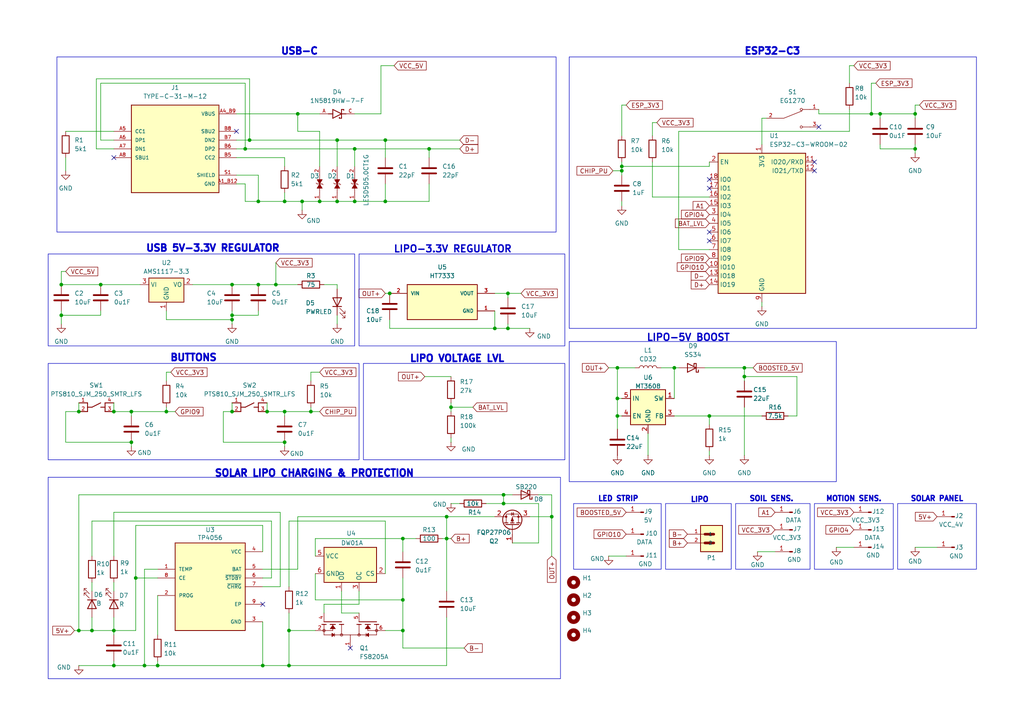
<source format=kicad_sch>
(kicad_sch (version 20231120) (generator "eeschema") (generator_version "8.0")
  (paper "A4")
  (lib_symbols
    (symbol "1N5819HW-7-F:1N5819HW-7-F" (pin_names (offset 1.016))
      (property "Reference" "D" (at -5.08 2.54 0))
      (property "Value" "1N5819HW-7-F" (at -5.08 -3.81 0))
      (symbol "1N5819HW-7-F_0_0"
        (pin passive line (at -5.08 0 0) (length 2.54) (name "~") (number "A"))
        (pin passive line (at 5.08 0 180) (length 2.54) (name "~") (number "C"))
      )
    )
    (symbol "Battery_Management:DW01A"
      (property "Reference" "U" (at -6.604 6.35 0))
      (property "Value" "DW01A" (at 4.318 6.604 0))
      (symbol "DW01A_0_1"
        (pin output line (at -2.54 -7.62 90) (length 2.54) (name "OD") (number "1"))
        (pin input line (at 10.16 -2.54 180) (length 2.54) (name "CS") (number "2"))
        (pin output line (at 2.54 -7.62 90) (length 2.54) (name "OC") (number "3"))
        (pin power_in line (at -10.16 2.54 0) (length 2.54) (name "VCC") (number "5"))
        (pin power_in line (at -10.16 -2.54 0) (length 2.54) (name "GND") (number "6"))
      )
      (symbol "DW01A_1_1"
        (pin no_connect line (at 10.16 2.54 180) (length 2.54) hide (name "TD") (number "4"))
      )
    )
    (symbol "Connector:Conn_01x01_Pin" (pin_names (offset 1.016) hide)
      (property "Reference" "J" (at 0 2.54 0))
      (property "Value" "Conn_01x01_Pin" (at 0 -2.54 0))
      (symbol "Conn_01x01_Pin_1_1"
        (pin passive line (at 5.08 0 180) (length 3.81) (name "Pin_1") (number "1"))
      )
    )
    (symbol "Device:C" (pin_numbers hide) (pin_names (offset 0.254))
      (property "Reference" "C" (at 0.635 2.54 0))
      (property "Value" "C" (at 0.635 -2.54 0))
      (symbol "C_1_1"
        (pin passive line (at 0 3.81 270) (length 2.794) (name "~") (number "1"))
        (pin passive line (at 0 -3.81 90) (length 2.794) (name "~") (number "2"))
      )
    )
    (symbol "Device:D_Schottky" (pin_numbers hide) (pin_names (offset 1.016) hide)
      (property "Reference" "D" (at 0 2.54 0))
      (property "Value" "D_Schottky" (at 0 -2.54 0))
      (symbol "D_Schottky_1_1"
        (pin passive line (at -3.81 0 0) (length 2.54) (name "K") (number "1"))
        (pin passive line (at 3.81 0 180) (length 2.54) (name "A") (number "2"))
      )
    )
    (symbol "Device:L" (pin_numbers hide) (pin_names (offset 1.016) hide)
      (property "Reference" "L" (at -1.27 0 90))
      (property "Value" "L" (at 1.905 0 90))
      (symbol "L_1_1"
        (pin passive line (at 0 3.81 270) (length 1.27) (name "1") (number "1"))
        (pin passive line (at 0 -3.81 90) (length 1.27) (name "2") (number "2"))
      )
    )
    (symbol "Device:LED" (pin_numbers hide) (pin_names (offset 1.016) hide)
      (property "Reference" "D" (at 0 2.54 0))
      (property "Value" "LED" (at 0 -2.54 0))
      (symbol "LED_1_1"
        (pin passive line (at -3.81 0 0) (length 2.54) (name "K") (number "1"))
        (pin passive line (at 3.81 0 180) (length 2.54) (name "A") (number "2"))
      )
    )
    (symbol "Device:R" (pin_numbers hide) (pin_names (offset 0))
      (property "Reference" "R" (at 2.032 0 90))
      (property "Value" "R" (at 0 0 90))
      (symbol "R_1_1"
        (pin passive line (at 0 3.81 270) (length 1.27) (name "~") (number "1"))
        (pin passive line (at 0 -3.81 90) (length 1.27) (name "~") (number "2"))
      )
    )
    (symbol "Diode:SS34" (pin_numbers hide) (pin_names (offset 1.016) hide)
      (property "Reference" "D" (at 0 2.54 0))
      (property "Value" "SS34" (at 0 -2.54 0))
      (symbol "SS34_1_1"
        (pin passive line (at -3.81 0 0) (length 2.54) (name "K") (number "1"))
        (pin passive line (at 3.81 0 180) (length 2.54) (name "A") (number "2"))
      )
    )
    (symbol "EG1270:EG1270" (pin_names (offset 1.016))
      (property "Reference" "S" (at -2.54 5.08 0))
      (property "Value" "EG1270" (at -2.54 -5.08 0))
      (symbol "EG1270_0_0"
        (pin passive line (at 7.62 2.54 180) (length 2.54) (name "~") (number "1"))
        (pin passive line (at -7.62 0 0) (length 2.54) (name "~") (number "2"))
        (pin passive line (at 7.62 -2.54 180) (length 2.54) (name "~") (number "3"))
      )
    )
    (symbol "FS8205A:FS8205A" (pin_names (offset 1.016))
      (property "Reference" "Q" (at -11.43 7.62 0))
      (property "Value" "FS8205A" (at -11.43 -12.7 0))
      (symbol "FS8205A_0_0"
        (pin passive line (at 5.08 0 180) (length 2.54) (name "~") (number "1"))
        (pin passive line (at 0 -10.16 90) (length 2.54) (name "~") (number "2"))
        (pin passive line (at 0 -10.16 90) (length 2.54) hide (name "~") (number "3"))
        (pin passive line (at -5.08 -7.62 0) (length 2.54) (name "~") (number "4"))
        (pin passive line (at -5.08 2.54 0) (length 2.54) (name "~") (number "5"))
        (pin passive line (at 0 10.16 270) (length 2.54) (name "~") (number "6"))
        (pin passive line (at 0 10.16 270) (length 2.54) hide (name "~") (number "7"))
        (pin passive line (at 5.08 0 180) (length 2.54) hide (name "~") (number "8"))
      )
    )
    (symbol "HT7333:HT7333" (pin_names (offset 1.016))
      (property "Reference" "U" (at -10.16 5.588 0))
      (property "Value" "HT7333" (at -10.16 -7.62 0))
      (symbol "HT7333_0_0"
        (pin power_in line (at 15.24 -2.54 180) (length 5.08) (name "GND") (number "1"))
        (pin input line (at -15.24 2.54 0) (length 5.08) (name "VIN") (number "2"))
        (pin output line (at 15.24 2.54 180) (length 5.08) (name "VOUT") (number "3"))
      )
    )
    (symbol "LESD5D5.0CT1G:LESD5D5.0CT1G" (pin_names (offset 1.016))
      (property "Reference" "D" (at -5.08 2.54 0))
      (property "Value" "LESD5D5.0CT1G" (at -5.08 -5.08 0))
      (symbol "LESD5D5.0CT1G_0_0"
        (pin passive line (at -5.08 0 0) (length 2.54) (name "~") (number "1"))
        (pin passive line (at 5.08 0 180) (length 2.54) (name "~") (number "2"))
      )
    )
    (symbol "Mechanical:MountingHole" (pin_names (offset 1.016)) (exclude_from_sim yes) (in_bom no)
      (property "Reference" "H" (at 0 5.08 0))
      (property "Value" "MountingHole" (at 0 3.175 0))
    )
    (symbol "PTS810_SJM_250_SMTR_LFS:PTS810_SJM_250_SMTR_LFS" (pin_names (offset 1.016))
      (property "Reference" "SW" (at -3.81 1.27 0))
      (property "Value" "PTS810_SJM_250_SMTR_LFS" (at -5.08 -6.35 0))
      (symbol "PTS810_SJM_250_SMTR_LFS_0_0"
        (pin passive line (at -5.08 0 0) (length 2.54) (name "~") (number "1"))
        (pin passive line (at -5.08 -2.54 0) (length 2.54) (name "~") (number "2"))
        (pin passive line (at 5.08 -2.54 180) (length 2.54) (name "~") (number "3"))
        (pin passive line (at 5.08 0 180) (length 2.54) (name "~") (number "4"))
      )
    )
    (symbol "RF_Module:ESP32-C3-WROOM-02"
      (property "Reference" "U" (at -12.192 21.336 0))
      (property "Value" "ESP32-C3-WROOM-02" (at 12.192 21.336 0))
      (symbol "ESP32-C3-WROOM-02_1_1"
        (pin power_in line (at 0 22.86 270) (length 2.54) (name "3V3") (number "1"))
        (pin bidirectional line (at -15.24 -12.7 0) (length 2.54) (name "IO10") (number "10"))
        (pin bidirectional line (at 15.24 17.78 180) (length 2.54) (name "IO20/RXD") (number "11"))
        (pin bidirectional line (at 15.24 15.24 180) (length 2.54) (name "IO21/TXD") (number "12"))
        (pin bidirectional line (at -15.24 -15.24 0) (length 2.54) (name "IO18") (number "13"))
        (pin bidirectional line (at -15.24 -17.78 0) (length 2.54) (name "IO19") (number "14"))
        (pin bidirectional line (at -15.24 5.08 0) (length 2.54) (name "IO3") (number "15"))
        (pin bidirectional line (at -15.24 7.62 0) (length 2.54) (name "IO2") (number "16"))
        (pin bidirectional line (at -15.24 10.16 0) (length 2.54) (name "IO1") (number "17"))
        (pin bidirectional line (at -15.24 12.7 0) (length 2.54) (name "IO0") (number "18"))
        (pin passive line (at 0 -22.86 90) (length 2.54) hide (name "GND") (number "19"))
        (pin input line (at -15.24 17.78 0) (length 2.54) (name "EN") (number "2"))
        (pin bidirectional line (at -15.24 2.54 0) (length 2.54) (name "IO4") (number "3"))
        (pin bidirectional line (at -15.24 0 0) (length 2.54) (name "IO5") (number "4"))
        (pin bidirectional line (at -15.24 -2.54 0) (length 2.54) (name "IO6") (number "5"))
        (pin bidirectional line (at -15.24 -5.08 0) (length 2.54) (name "IO7") (number "6"))
        (pin bidirectional line (at -15.24 -7.62 0) (length 2.54) (name "IO8") (number "7"))
        (pin bidirectional line (at -15.24 -10.16 0) (length 2.54) (name "IO9") (number "8"))
        (pin power_in line (at 0 -22.86 90) (length 2.54) (name "GND") (number "9"))
      )
    )
    (symbol "Regulator_Linear:AMS1117-3.3"
      (property "Reference" "U" (at -3.81 3.175 0))
      (property "Value" "AMS1117-3.3" (at 0 3.175 0))
      (symbol "AMS1117-3.3_1_1"
        (pin power_in line (at 0 -7.62 90) (length 2.54) (name "GND") (number "1"))
        (pin power_out line (at 7.62 0 180) (length 2.54) (name "VO") (number "2"))
        (pin power_in line (at -7.62 0 0) (length 2.54) (name "VI") (number "3"))
      )
    )
    (symbol "Regulator_Switching:MT3608"
      (property "Reference" "U" (at -2.54 8.89 0))
      (property "Value" "MT3608" (at -3.81 6.35 0))
      (symbol "MT3608_1_1"
        (pin passive line (at 7.62 2.54 180) (length 2.54) (name "SW") (number "1"))
        (pin power_in line (at 0 -7.62 90) (length 2.54) (name "GND") (number "2"))
        (pin input line (at 7.62 -2.54 180) (length 2.54) (name "FB") (number "3"))
        (pin input line (at -7.62 -2.54 0) (length 2.54) (name "EN") (number "4"))
        (pin power_in line (at -7.62 2.54 0) (length 2.54) (name "IN") (number "5"))
        (pin no_connect line (at 5.08 0 180) (length 2.54) hide (name "NC") (number "6"))
      )
    )
    (symbol "S2B-PH-SM4-TB:S2B-PH-SM4-TB" (pin_names (offset 1.016))
      (property "Reference" "P" (at -1.2718 3.8155 0))
      (property "Value" "S2B-PH-SM4-TB" (at -1.271 -5.0839 0))
      (symbol "S2B-PH-SM4-TB_0_0"
        (pin passive line (at -5.08 1.27 0) (length 5.08) (name "1") (number "1"))
        (pin passive line (at -5.08 -1.27 0) (length 5.08) (name "2") (number "2"))
      )
    )
    (symbol "TP4056:TP4056" (pin_names (offset 1.016))
      (property "Reference" "U" (at -10.16 13.208 0))
      (property "Value" "TP4056" (at -10.16 -15.24 0))
      (symbol "TP4056_0_0"
        (pin input line (at -15.24 5.08 0) (length 5.08) (name "TEMP") (number "1"))
        (pin bidirectional line (at -15.24 -2.54 0) (length 5.08) (name "PROG") (number "2"))
        (pin power_in line (at 15.24 -10.16 180) (length 5.08) (name "GND") (number "3"))
        (pin power_in line (at 15.24 10.16 180) (length 5.08) (name "VCC") (number "4"))
        (pin output line (at 15.24 5.08 180) (length 5.08) (name "BAT") (number "5"))
        (pin output line (at 15.24 2.54 180) (length 5.08) (name "~{STDBY}") (number "6"))
        (pin output line (at 15.24 0 180) (length 5.08) (name "~{CHRG}") (number "7"))
        (pin input line (at -15.24 2.54 0) (length 5.08) (name "CE") (number "8"))
        (pin passive line (at 15.24 -5.08 180) (length 5.08) (name "EP") (number "9"))
      )
    )
    (symbol "TYPE-C-31-M-12:TYPE-C-31-M-12" (pin_names (offset 1.016))
      (property "Reference" "J" (at -12.7 13.462 0))
      (property "Value" "TYPE-C-31-M-12" (at -12.7 -13.462 0))
      (symbol "TYPE-C-31-M-12_0_0"
        (pin power_in line (at 17.78 -10.16 180) (length 5.08) (name "GND") (number "A1_B12"))
        (pin power_in line (at 17.78 10.16 180) (length 5.08) (name "VBUS") (number "A4_B9"))
        (pin bidirectional line (at -17.78 5.08 0) (length 5.08) (name "CC1") (number "A5"))
        (pin bidirectional line (at -17.78 2.54 0) (length 5.08) (name "DP1") (number "A6"))
        (pin bidirectional line (at -17.78 0 0) (length 5.08) (name "DN1") (number "A7"))
        (pin bidirectional line (at -17.78 -2.54 0) (length 5.08) (name "SBU1") (number "A8"))
        (pin power_in line (at 17.78 -10.16 180) (length 5.08) hide (name "GND") (number "B1_A12"))
        (pin power_in line (at 17.78 10.16 180) (length 5.08) hide (name "VBUS") (number "B4_A9"))
        (pin bidirectional line (at 17.78 -2.54 180) (length 5.08) (name "CC2") (number "B5"))
        (pin bidirectional line (at 17.78 0 180) (length 5.08) (name "DP2") (number "B6"))
        (pin bidirectional line (at 17.78 2.54 180) (length 5.08) (name "DN2") (number "B7"))
        (pin bidirectional line (at 17.78 5.08 180) (length 5.08) (name "SBU2") (number "B8"))
        (pin passive line (at 17.78 -7.62 180) (length 5.08) (name "SHIELD") (number "S1"))
        (pin passive line (at 17.78 -7.62 180) (length 5.08) hide (name "SHIELD") (number "S2"))
        (pin passive line (at 17.78 -7.62 180) (length 5.08) hide (name "SHIELD") (number "S3"))
        (pin passive line (at 17.78 -7.62 180) (length 5.08) hide (name "SHIELD") (number "S4"))
      )
    )
    (symbol "Transistor_FET:FQP27P06" (pin_names hide)
      (property "Reference" "Q" (at 5.08 1.905 0))
      (property "Value" "FQP27P06" (at 5.08 0 0))
      (symbol "FQP27P06_1_1"
        (pin input line (at -5.08 0 0) (length 2.54) (name "G") (number "1"))
        (pin passive line (at 2.54 5.08 270) (length 2.54) (name "D") (number "2"))
        (pin passive line (at 2.54 -5.08 90) (length 2.54) (name "S") (number "3"))
      )
    )
    (symbol "power:GND" (power) (pin_numbers hide) (pin_names (offset 0) hide)
      (property "Value" "GND" (at 0 -3.81 0))
      (symbol "GND_1_1"
        (pin power_in line (at 0 0 270) (length 0) (name "~") (number "1"))
      )
    )
  )
  (junction (at 195.58 106.68))
  (junction (at 215.9 109.22))
  (junction (at 82.55 58.42))
  (junction (at 38.1 128.27))
  (junction (at 102.87 43.18))
  (junction (at 147.32 85.09))
  (junction (at 76.2 193.04))
  (junction (at 26.67 182.88))
  (junction (at 113.03 85.09))
  (junction (at 116.84 173.99))
  (junction (at 97.79 40.64))
  (junction (at 72.39 40.64))
  (junction (at 77.47 119.38))
  (junction (at 129.54 156.21))
  (junction (at 22.86 119.38))
  (junction (at 116.84 182.88))
  (junction (at 71.12 43.18))
  (junction (at 67.31 82.55))
  (junction (at 22.86 182.88))
  (junction (at 102.87 58.42))
  (junction (at 116.84 156.21))
  (junction (at 83.82 193.04))
  (junction (at 97.79 58.42))
  (junction (at 179.07 120.65))
  (junction (at 130.81 118.11))
  (junction (at 205.74 120.65))
  (junction (at 83.82 182.88))
  (junction (at 215.9 106.68))
  (junction (at 80.01 82.55))
  (junction (at 255.27 33.02))
  (junction (at 160.02 149.86))
  (junction (at 265.43 33.02))
  (junction (at 67.31 92.71))
  (junction (at 39.37 167.64))
  (junction (at 33.02 119.38))
  (junction (at 179.07 115.57))
  (junction (at 41.91 193.04))
  (junction (at 82.55 119.38))
  (junction (at 29.21 82.55))
  (junction (at 179.07 106.68))
  (junction (at 143.51 95.25))
  (junction (at 86.36 33.02))
  (junction (at 33.02 182.88))
  (junction (at 67.31 91.44))
  (junction (at 82.55 128.27))
  (junction (at 146.05 146.05))
  (junction (at 111.76 40.64))
  (junction (at 38.1 119.38))
  (junction (at 252.73 33.02))
  (junction (at 74.93 82.55))
  (junction (at 17.78 91.44))
  (junction (at 33.02 193.04))
  (junction (at 74.93 58.42))
  (junction (at 48.26 119.38))
  (junction (at 92.71 58.42))
  (junction (at 17.78 82.55))
  (junction (at 124.46 43.18))
  (junction (at 90.17 119.38))
  (junction (at 146.05 143.51))
  (junction (at 67.31 119.38))
  (junction (at 87.63 58.42))
  (junction (at 45.72 193.04))
  (junction (at 111.76 58.42))
  (junction (at 180.34 49.53))
  (junction (at 265.43 43.18))
  (junction (at 180.34 48.26))
  (junction (at 129.54 149.86))
  (junction (at 147.32 95.25))
  (no_connect (at 237.49 36.83))
  (no_connect (at 68.58 38.1))
  (no_connect (at 205.74 54.61))
  (no_connect (at 101.6 187.96))
  (no_connect (at 33.02 45.72))
  (no_connect (at 76.2 175.26))
  (no_connect (at 236.22 46.99))
  (no_connect (at 205.74 52.07))
  (no_connect (at 205.74 67.31))
  (no_connect (at 205.74 69.85))
  (no_connect (at 236.22 49.53))
  (wire (pts (xy 45.72 172.72) (xy 45.72 184.15)))
  (wire (pts (xy 146.05 143.51) (xy 146.05 146.05)))
  (wire (pts (xy 80.01 82.55) (xy 86.36 82.55)))
  (wire (pts (xy 39.37 182.88) (xy 33.02 182.88)))
  (wire (pts (xy 246.38 19.05) (xy 246.38 24.13)))
  (wire (pts (xy 64.77 128.27) (xy 82.55 128.27)))
  (wire (pts (xy 180.34 48.26) (xy 205.74 48.26)))
  (wire (pts (xy 27.94 22.86) (xy 72.39 22.86)))
  (wire (pts (xy 33.02 161.29) (xy 33.02 148.59)))
  (wire (pts (xy 48.26 90.17) (xy 48.26 92.71)))
  (wire (pts (xy 29.21 82.55) (xy 40.64 82.55)))
  (wire (pts (xy 83.82 170.18) (xy 83.82 151.13)))
  (wire (pts (xy 179.07 120.65) (xy 179.07 115.57)))
  (wire (pts (xy 143.51 95.25) (xy 147.32 95.25)))
  (wire (pts (xy 33.02 43.18) (xy 27.94 43.18)))
  (wire (pts (xy 189.23 39.37) (xy 189.23 35.56)))
  (wire (pts (xy 255.27 33.02) (xy 265.43 33.02)))
  (wire (pts (xy 72.39 40.64) (xy 97.79 40.64)))
  (wire (pts (xy 114.3 19.05) (xy 110.49 19.05)))
  (wire (pts (xy 26.67 161.29) (xy 26.67 151.13)))
  (wire (pts (xy 17.78 91.44) (xy 17.78 93.98)))
  (wire (pts (xy 39.37 152.4) (xy 39.37 167.64)))
  (wire (pts (xy 179.07 120.65) (xy 179.07 124.46)))
  (wire (pts (xy 266.7 30.48) (xy 265.43 30.48)))
  (wire (pts (xy 76.2 180.34) (xy 76.2 193.04)))
  (wire (pts (xy 82.55 119.38) (xy 82.55 120.65)))
  (wire (pts (xy 204.47 106.68) (xy 215.9 106.68)))
  (wire (pts (xy 129.54 179.07) (xy 129.54 193.04)))
  (wire (pts (xy 48.26 92.71) (xy 67.31 92.71)))
  (wire (pts (xy 74.93 82.55) (xy 80.01 82.55)))
  (wire (pts (xy 29.21 40.64) (xy 29.21 24.13)))
  (wire (pts (xy 33.02 168.91) (xy 33.02 171.45)))
  (wire (pts (xy 21.59 182.88) (xy 22.86 182.88)))
  (wire (pts (xy 205.74 120.65) (xy 220.98 120.65)))
  (wire (pts (xy 26.67 182.88) (xy 33.02 182.88)))
  (wire (pts (xy 147.32 86.36) (xy 147.32 85.09)))
  (wire (pts (xy 74.93 50.8) (xy 74.93 58.42)))
  (wire (pts (xy 219.71 160.02) (xy 224.79 160.02)))
  (wire (pts (xy 220.98 87.63) (xy 220.98 88.9)))
  (wire (pts (xy 67.31 91.44) (xy 67.31 92.71)))
  (wire (pts (xy 255.27 33.02) (xy 255.27 34.29)))
  (wire (pts (xy 38.1 119.38) (xy 48.26 119.38)))
  (wire (pts (xy 83.82 182.88) (xy 91.44 182.88)))
  (wire (pts (xy 143.51 85.09) (xy 147.32 85.09)))
  (wire (pts (xy 67.31 82.55) (xy 74.93 82.55)))
  (wire (pts (xy 45.72 167.64) (xy 39.37 167.64)))
  (wire (pts (xy 93.98 175.26) (xy 93.98 177.8)))
  (wire (pts (xy 116.84 160.02) (xy 116.84 156.21)))
  (wire (pts (xy 180.34 30.48) (xy 181.61 30.48)))
  (wire (pts (xy 180.34 58.42) (xy 180.34 59.69)))
  (wire (pts (xy 195.58 120.65) (xy 205.74 120.65)))
  (wire (pts (xy 45.72 193.04) (xy 76.2 193.04)))
  (wire (pts (xy 38.1 128.27) (xy 38.1 129.54)))
  (wire (pts (xy 228.6 120.65) (xy 231.14 120.65)))
  (wire (pts (xy 195.58 106.68) (xy 196.85 106.68)))
  (wire (pts (xy 189.23 46.99) (xy 189.23 57.15)))
  (wire (pts (xy 86.36 33.02) (xy 92.71 33.02)))
  (wire (pts (xy 67.31 116.84) (xy 67.31 119.38)))
  (wire (pts (xy 82.55 55.88) (xy 82.55 58.42)))
  (wire (pts (xy 68.58 33.02) (xy 86.36 33.02)))
  (wire (pts (xy 83.82 193.04) (xy 129.54 193.04)))
  (wire (pts (xy 156.21 143.51) (xy 160.02 143.51)))
  (wire (pts (xy 111.76 40.64) (xy 111.76 45.72)))
  (wire (pts (xy 22.86 182.88) (xy 26.67 182.88)))
  (wire (pts (xy 97.79 40.64) (xy 97.79 48.26)))
  (wire (pts (xy 90.17 107.95) (xy 92.71 107.95)))
  (wire (pts (xy 156.21 146.05) (xy 146.05 146.05)))
  (wire (pts (xy 97.79 40.64) (xy 111.76 40.64)))
  (wire (pts (xy 191.77 106.68) (xy 195.58 106.68)))
  (wire (pts (xy 64.77 119.38) (xy 67.31 119.38)))
  (wire (pts (xy 48.26 119.38) (xy 50.8 119.38)))
  (wire (pts (xy 78.74 151.13) (xy 78.74 167.64)))
  (wire (pts (xy 76.2 160.02) (xy 76.2 152.4)))
  (wire (pts (xy 17.78 82.55) (xy 29.21 82.55)))
  (wire (pts (xy 22.86 193.04) (xy 33.02 193.04)))
  (wire (pts (xy 116.84 187.96) (xy 116.84 182.88)))
  (wire (pts (xy 215.9 106.68) (xy 218.44 106.68)))
  (wire (pts (xy 104.14 171.45) (xy 104.14 175.26)))
  (wire (pts (xy 26.67 168.91) (xy 26.67 171.45)))
  (wire (pts (xy 179.07 115.57) (xy 179.07 106.68)))
  (wire (pts (xy 77.47 119.38) (xy 82.55 119.38)))
  (wire (pts (xy 130.81 146.05) (xy 133.35 146.05)))
  (wire (pts (xy 97.79 82.55) (xy 97.79 83.82)))
  (wire (pts (xy 129.54 156.21) (xy 130.81 156.21)))
  (wire (pts (xy 143.51 95.25) (xy 143.51 90.17)))
  (wire (pts (xy 19.05 119.38) (xy 19.05 128.27)))
  (wire (pts (xy 83.82 177.8) (xy 83.82 182.88)))
  (wire (pts (xy 71.12 24.13) (xy 71.12 43.18)))
  (wire (pts (xy 90.17 110.49) (xy 90.17 107.95)))
  (wire (pts (xy 67.31 90.17) (xy 67.31 91.44)))
  (wire (pts (xy 129.54 171.45) (xy 129.54 156.21)))
  (wire (pts (xy 82.55 58.42) (xy 87.63 58.42)))
  (wire (pts (xy 39.37 167.64) (xy 39.37 182.88)))
  (wire (pts (xy 90.17 119.38) (xy 92.71 119.38)))
  (wire (pts (xy 68.58 53.34) (xy 71.12 53.34)))
  (wire (pts (xy 110.49 19.05) (xy 110.49 33.02)))
  (wire (pts (xy 92.71 38.1) (xy 86.36 38.1)))
  (wire (pts (xy 71.12 58.42) (xy 74.93 58.42)))
  (wire (pts (xy 246.38 31.75) (xy 246.38 38.1)))
  (wire (pts (xy 19.05 49.53) (xy 19.05 45.72)))
  (wire (pts (xy 71.12 43.18) (xy 102.87 43.18)))
  (wire (pts (xy 111.76 85.09) (xy 113.03 85.09)))
  (wire (pts (xy 22.86 119.38) (xy 19.05 119.38)))
  (wire (pts (xy 129.54 149.86) (xy 143.51 149.86)))
  (wire (pts (xy 265.43 30.48) (xy 265.43 33.02)))
  (wire (pts (xy 265.43 41.91) (xy 265.43 43.18)))
  (wire (pts (xy 27.94 43.18) (xy 27.94 22.86)))
  (wire (pts (xy 68.58 50.8) (xy 74.93 50.8)))
  (wire (pts (xy 177.8 49.53) (xy 180.34 49.53)))
  (wire (pts (xy 33.02 182.88) (xy 33.02 184.15)))
  (wire (pts (xy 255.27 41.91) (xy 255.27 43.18)))
  (wire (pts (xy 48.26 118.11) (xy 48.26 119.38)))
  (wire (pts (xy 130.81 118.11) (xy 137.16 118.11)))
  (wire (pts (xy 255.27 43.18) (xy 265.43 43.18)))
  (wire (pts (xy 26.67 151.13) (xy 78.74 151.13)))
  (wire (pts (xy 265.43 158.75) (xy 271.78 158.75)))
  (wire (pts (xy 252.73 24.13) (xy 252.73 33.02)))
  (wire (pts (xy 33.02 193.04) (xy 33.02 191.77)))
  (wire (pts (xy 22.86 116.84) (xy 22.86 119.38)))
  (wire (pts (xy 48.26 107.95) (xy 49.53 107.95)))
  (wire (pts (xy 68.58 40.64) (xy 72.39 40.64)))
  (wire (pts (xy 86.36 165.1) (xy 86.36 149.86)))
  (wire (pts (xy 92.71 48.26) (xy 92.71 38.1)))
  (wire (pts (xy 116.84 167.64) (xy 116.84 173.99)))
  (wire (pts (xy 48.26 110.49) (xy 48.26 107.95)))
  (wire (pts (xy 78.74 167.64) (xy 76.2 167.64)))
  (wire (pts (xy 237.49 33.02) (xy 252.73 33.02)))
  (wire (pts (xy 29.21 90.17) (xy 29.21 91.44)))
  (wire (pts (xy 129.54 156.21) (xy 128.27 156.21)))
  (wire (pts (xy 91.44 161.29) (xy 91.44 156.21)))
  (wire (pts (xy 92.71 58.42) (xy 97.79 58.42)))
  (wire (pts (xy 195.58 115.57) (xy 195.58 106.68)))
  (wire (pts (xy 242.57 158.75) (xy 247.65 158.75)))
  (wire (pts (xy 205.74 48.26) (xy 205.74 46.99)))
  (wire (pts (xy 111.76 182.88) (xy 116.84 182.88)))
  (wire (pts (xy 74.93 90.17) (xy 74.93 91.44)))
  (wire (pts (xy 189.23 35.56) (xy 190.5 35.56)))
  (wire (pts (xy 205.74 120.65) (xy 205.74 123.19)))
  (wire (pts (xy 130.81 116.84) (xy 130.81 118.11)))
  (wire (pts (xy 91.44 173.99) (xy 116.84 173.99)))
  (wire (pts (xy 102.87 43.18) (xy 102.87 48.26)))
  (wire (pts (xy 83.82 182.88) (xy 83.82 193.04)))
  (wire (pts (xy 110.49 33.02) (xy 102.87 33.02)))
  (wire (pts (xy 77.47 116.84) (xy 77.47 119.38)))
  (wire (pts (xy 82.55 128.27) (xy 82.55 129.54)))
  (wire (pts (xy 147.32 95.25) (xy 153.67 95.25)))
  (wire (pts (xy 22.86 143.51) (xy 146.05 143.51)))
  (wire (pts (xy 81.28 170.18) (xy 76.2 170.18)))
  (wire (pts (xy 215.9 109.22) (xy 215.9 110.49)))
  (wire (pts (xy 33.02 179.07) (xy 33.02 182.88)))
  (wire (pts (xy 86.36 149.86) (xy 129.54 149.86)))
  (wire (pts (xy 55.88 82.55) (xy 67.31 82.55)))
  (wire (pts (xy 33.02 148.59) (xy 81.28 148.59)))
  (wire (pts (xy 86.36 38.1) (xy 86.36 33.02)))
  (wire (pts (xy 87.63 58.42) (xy 92.71 58.42)))
  (wire (pts (xy 74.93 58.42) (xy 82.55 58.42)))
  (wire (pts (xy 129.54 149.86) (xy 129.54 156.21)))
  (wire (pts (xy 252.73 33.02) (xy 255.27 33.02)))
  (wire (pts (xy 17.78 78.74) (xy 17.78 82.55)))
  (wire (pts (xy 91.44 156.21) (xy 116.84 156.21)))
  (wire (pts (xy 74.93 91.44) (xy 67.31 91.44)))
  (wire (pts (xy 179.07 106.68) (xy 184.15 106.68)))
  (wire (pts (xy 67.31 92.71) (xy 67.31 93.98)))
  (wire (pts (xy 147.32 85.09) (xy 151.13 85.09)))
  (wire (pts (xy 72.39 22.86) (xy 72.39 40.64)))
  (wire (pts (xy 180.34 48.26) (xy 180.34 49.53)))
  (wire (pts (xy 265.43 43.18) (xy 265.43 44.45)))
  (wire (pts (xy 64.77 119.38) (xy 64.77 128.27)))
  (wire (pts (xy 156.21 157.48) (xy 156.21 146.05)))
  (wire (pts (xy 97.79 58.42) (xy 102.87 58.42)))
  (wire (pts (xy 68.58 45.72) (xy 82.55 45.72)))
  (wire (pts (xy 45.72 165.1) (xy 41.91 165.1)))
  (wire (pts (xy 99.06 177.8) (xy 104.14 177.8)))
  (wire (pts (xy 111.76 58.42) (xy 124.46 58.42)))
  (wire (pts (xy 220.98 34.29) (xy 222.25 34.29)))
  (wire (pts (xy 205.74 130.81) (xy 205.74 132.08)))
  (wire (pts (xy 93.98 82.55) (xy 97.79 82.55)))
  (wire (pts (xy 111.76 53.34) (xy 111.76 58.42)))
  (wire (pts (xy 102.87 43.18) (xy 124.46 43.18)))
  (wire (pts (xy 215.9 118.11) (xy 215.9 132.08)))
  (wire (pts (xy 26.67 179.07) (xy 26.67 182.88)))
  (wire (pts (xy 41.91 165.1) (xy 41.91 193.04)))
  (wire (pts (xy 82.55 45.72) (xy 82.55 48.26)))
  (wire (pts (xy 196.85 38.1) (xy 196.85 72.39)))
  (wire (pts (xy 33.02 40.64) (xy 29.21 40.64)))
  (wire (pts (xy 91.44 166.37) (xy 91.44 173.99)))
  (wire (pts (xy 104.14 175.26) (xy 93.98 175.26)))
  (wire (pts (xy 189.23 57.15) (xy 205.74 57.15)))
  (wire (pts (xy 17.78 90.17) (xy 17.78 91.44)))
  (wire (pts (xy 29.21 91.44) (xy 17.78 91.44)))
  (wire (pts (xy 148.59 143.51) (xy 146.05 143.51)))
  (wire (pts (xy 246.38 38.1) (xy 196.85 38.1)))
  (wire (pts (xy 180.34 39.37) (xy 180.34 30.48)))
  (wire (pts (xy 80.01 76.2) (xy 80.01 82.55)))
  (wire (pts (xy 76.2 165.1) (xy 86.36 165.1)))
  (wire (pts (xy 38.1 120.65) (xy 38.1 119.38)))
  (wire (pts (xy 265.43 33.02) (xy 265.43 34.29)))
  (wire (pts (xy 19.05 38.1) (xy 33.02 38.1)))
  (wire (pts (xy 71.12 53.34) (xy 71.12 58.42)))
  (wire (pts (xy 116.84 156.21) (xy 120.65 156.21)))
  (wire (pts (xy 111.76 151.13) (xy 111.76 166.37)))
  (wire (pts (xy 19.05 128.27) (xy 38.1 128.27)))
  (wire (pts (xy 33.02 116.84) (xy 33.02 119.38)))
  (wire (pts (xy 99.06 171.45) (xy 99.06 177.8)))
  (wire (pts (xy 90.17 118.11) (xy 90.17 119.38)))
  (wire (pts (xy 196.85 72.39) (xy 205.74 72.39)))
  (wire (pts (xy 180.34 115.57) (xy 179.07 115.57)))
  (wire (pts (xy 22.86 182.88) (xy 22.86 143.51)))
  (wire (pts (xy 68.58 43.18) (xy 71.12 43.18)))
  (wire (pts (xy 140.97 146.05) (xy 146.05 146.05)))
  (wire (pts (xy 113.03 92.71) (xy 113.03 95.25)))
  (wire (pts (xy 45.72 191.77) (xy 45.72 193.04)))
  (wire (pts (xy 123.19 109.22) (xy 130.81 109.22)))
  (wire (pts (xy 130.81 128.27) (xy 130.81 127)))
  (wire (pts (xy 29.21 24.13) (xy 71.12 24.13)))
  (wire (pts (xy 41.91 193.04) (xy 33.02 193.04)))
  (wire (pts (xy 231.14 109.22) (xy 215.9 109.22)))
  (wire (pts (xy 180.34 120.65) (xy 179.07 120.65)))
  (wire (pts (xy 124.46 58.42) (xy 124.46 53.34)))
  (wire (pts (xy 147.32 93.98) (xy 147.32 95.25)))
  (wire (pts (xy 247.65 19.05) (xy 246.38 19.05)))
  (wire (pts (xy 180.34 46.99) (xy 180.34 48.26)))
  (wire (pts (xy 130.81 118.11) (xy 130.81 119.38)))
  (wire (pts (xy 116.84 187.96) (xy 134.62 187.96)))
  (wire (pts (xy 176.53 106.68) (xy 179.07 106.68)))
  (wire (pts (xy 231.14 120.65) (xy 231.14 109.22)))
  (wire (pts (xy 176.53 161.29) (xy 181.61 161.29)))
  (wire (pts (xy 153.67 149.86) (xy 160.02 149.86)))
  (wire (pts (xy 124.46 43.18) (xy 124.46 45.72)))
  (wire (pts (xy 160.02 143.51) (xy 160.02 149.86)))
  (wire (pts (xy 102.87 58.42) (xy 111.76 58.42)))
  (wire (pts (xy 113.03 95.25) (xy 143.51 95.25)))
  (wire (pts (xy 237.49 31.75) (xy 237.49 33.02)))
  (wire (pts (xy 254 24.13) (xy 252.73 24.13)))
  (wire (pts (xy 148.59 157.48) (xy 156.21 157.48)))
  (wire (pts (xy 41.91 193.04) (xy 45.72 193.04)))
  (wire (pts (xy 97.79 91.44) (xy 97.79 93.98)))
  (wire (pts (xy 81.28 148.59) (xy 81.28 170.18)))
  (wire (pts (xy 116.84 173.99) (xy 116.84 182.88)))
  (wire (pts (xy 215.9 106.68) (xy 215.9 109.22)))
  (wire (pts (xy 187.96 125.73) (xy 187.96 132.08)))
  (wire (pts (xy 180.34 49.53) (xy 180.34 50.8)))
  (wire (pts (xy 76.2 152.4) (xy 39.37 152.4)))
  (wire (pts (xy 124.46 43.18) (xy 133.35 43.18)))
  (wire (pts (xy 82.55 119.38) (xy 90.17 119.38)))
  (wire (pts (xy 83.82 151.13) (xy 111.76 151.13)))
  (wire (pts (xy 76.2 193.04) (xy 83.82 193.04)))
  (wire (pts (xy 111.76 40.64) (xy 133.35 40.64)))
  (wire (pts (xy 160.02 161.29) (xy 160.02 149.86)))
  (wire (pts (xy 38.1 119.38) (xy 33.02 119.38)))
  (wire (pts (xy 220.98 41.91) (xy 220.98 34.29)))
  (wire (pts (xy 19.05 78.74) (xy 17.78 78.74)))
  (wire (pts (xy 87.63 58.42) (xy 87.63 60.96)))
  (rectangle (start 105.41 105.41) (end 163.83 133.35))
  (rectangle (start 13.97 73.66) (end 102.87 100.33))
  (rectangle (start 13.97 105.41) (end 104.14 133.35))
  (rectangle (start 165.1 16.51) (end 283.21 95.25))
  (rectangle (start 213.36 146.05) (end 234.95 165.1))
  (rectangle (start 166.37 146.05) (end 191.77 165.1))
  (rectangle (start 104.14 73.66) (end 163.83 100.33))
  (rectangle (start 165.1 99.06) (end 242.57 139.7))
  (rectangle (start 260.35 146.05) (end 283.21 165.1))
  (rectangle (start 236.22 146.05) (end 259.08 165.1))
  (rectangle (start 13.97 138.43) (end 162.56 196.85))
  (rectangle (start 16.51 16.51) (end 161.29 67.31))
  (rectangle (start 193.04 146.05) (end 212.09 165.1))
  (text "BUTTONS" (at 56.134 103.886 0) (effects (font (size 2 2) (thickness 1) (bold yes))))
  (text "SOLAR PANEL" (at 271.78 144.78 0) (effects (font (size 1.5 1.5) (thickness 0.4) (bold yes))))
  (text "LIPO" (at 202.946 145.034 0) (effects (font (size 1.5 1.5) (thickness 0.4) (bold yes))))
  (text "SOIL SENS." (at 223.774 144.78 0) (effects (font (size 1.5 1.5) (thickness 0.4) (bold yes))))
  (text "LED STRIP" (at 179.324 144.78 0) (effects (font (size 1.5 1.5) (thickness 0.4) (bold yes))))
  (text "ESP32-C3" (at 224.028 14.986 0) (effects (font (size 2 2) (thickness 1) (bold yes))))
  (text "USB-C" (at 86.868 14.986 0) (effects (font (size 2 2) (thickness 1) (bold yes))))
  (text "MOTION SENS." (at 247.65 144.78 0) (effects (font (size 1.5 1.5) (thickness 0.4) (bold yes))))
  (text "USB 5V-3.3V REGULATOR" (at 61.722 72.136 0) (effects (font (size 2 2) (thickness 1) (bold yes))))
  (text "LIPO-5V BOOST" (at 199.644 98.044 0) (effects (font (size 2 2) (thickness 0.4) (bold yes))))
  (text "SOLAR LIPO CHARGING & PROTECTION" (at 91.186 137.414 0) (effects (font (size 2 2) (thickness 1) (bold yes))))
  (text "LIPO VOLTAGE LVL" (at 132.588 104.14 0) (effects (font (size 2 2) (thickness 1) (bold yes))))
  (text "LIPO-3.3V REGULATOR" (at 131.318 72.39 0) (effects (font (size 2 2) (thickness 0.4) (bold yes))))
  (global_label "D+" (shape input) (at 133.35 43.18 0) (property "Intersheetrefs" "${INTERSHEET_REFS}" (effects (hide yes))))
  (global_label "GPIO4" (shape input) (at 205.74 62.23 180) (property "Intersheetrefs" "${INTERSHEET_REFS}" (effects (hide yes))))
  (global_label "ESP_3V3" (shape input) (at 254 24.13 0) (property "Intersheetrefs" "${INTERSHEET_REFS}" (effects (hide yes))))
  (global_label "BOOSTED_5V" (shape input) (at 218.44 106.68 0) (property "Intersheetrefs" "${INTERSHEET_REFS}" (effects (hide yes))))
  (global_label "D+" (shape input) (at 205.74 82.55 180) (property "Intersheetrefs" "${INTERSHEET_REFS}" (effects (hide yes))))
  (global_label "OUT+" (shape input) (at 123.19 109.22 180) (property "Intersheetrefs" "${INTERSHEET_REFS}" (effects (hide yes))))
  (global_label "VCC_5V" (shape input) (at 19.05 78.74 0) (property "Intersheetrefs" "${INTERSHEET_REFS}" (effects (hide yes))))
  (global_label "ESP_3V3" (shape input) (at 181.61 30.48 0) (property "Intersheetrefs" "${INTERSHEET_REFS}" (effects (hide yes))))
  (global_label "VCC_3V3" (shape input) (at 151.13 85.09 0) (property "Intersheetrefs" "${INTERSHEET_REFS}" (effects (hide yes))))
  (global_label "VCC_3V3" (shape input) (at 224.79 153.67 180) (property "Intersheetrefs" "${INTERSHEET_REFS}" (effects (hide yes))))
  (global_label "VCC_3V3" (shape input) (at 49.53 107.95 0) (property "Intersheetrefs" "${INTERSHEET_REFS}" (effects (hide yes))))
  (global_label "GPIO4" (shape input) (at 247.65 153.67 180) (property "Intersheetrefs" "${INTERSHEET_REFS}" (effects (hide yes))))
  (global_label "B-" (shape input) (at 134.62 187.96 0) (property "Intersheetrefs" "${INTERSHEET_REFS}" (effects (hide yes))))
  (global_label "OUT+" (shape input) (at 160.02 161.29 270) (property "Intersheetrefs" "${INTERSHEET_REFS}" (effects (hide yes))))
  (global_label "OUT+" (shape input) (at 176.53 106.68 180) (property "Intersheetrefs" "${INTERSHEET_REFS}" (effects (hide yes))))
  (global_label "VCC_5V" (shape input) (at 114.3 19.05 0) (property "Intersheetrefs" "${INTERSHEET_REFS}" (effects (hide yes))))
  (global_label "VCC_3V3" (shape input) (at 247.65 148.59 180) (property "Intersheetrefs" "${INTERSHEET_REFS}" (effects (hide yes))))
  (global_label "VCC_3V3" (shape input) (at 190.5 35.56 0) (property "Intersheetrefs" "${INTERSHEET_REFS}" (effects (hide yes))))
  (global_label "BAT_LVL" (shape input) (at 137.16 118.11 0) (property "Intersheetrefs" "${INTERSHEET_REFS}" (effects (hide yes))))
  (global_label "B-" (shape input) (at 199.39 154.94 180) (property "Intersheetrefs" "${INTERSHEET_REFS}" (effects (hide yes))))
  (global_label "B+" (shape input) (at 199.39 157.48 180) (property "Intersheetrefs" "${INTERSHEET_REFS}" (effects (hide yes))))
  (global_label "GPIO9" (shape input) (at 205.74 74.93 180) (property "Intersheetrefs" "${INTERSHEET_REFS}" (effects (hide yes))))
  (global_label "VCC_3V3" (shape input) (at 92.71 107.95 0) (property "Intersheetrefs" "${INTERSHEET_REFS}" (effects (hide yes))))
  (global_label "A1" (shape input) (at 205.74 59.69 180) (property "Intersheetrefs" "${INTERSHEET_REFS}" (effects (hide yes))))
  (global_label "5V+" (shape input) (at 271.78 149.86 180) (property "Intersheetrefs" "${INTERSHEET_REFS}" (effects (hide yes))))
  (global_label "D-" (shape input) (at 205.74 80.01 180) (property "Intersheetrefs" "${INTERSHEET_REFS}" (effects (hide yes))))
  (global_label "VCC_3V3" (shape input) (at 266.7 30.48 0) (property "Intersheetrefs" "${INTERSHEET_REFS}" (effects (hide yes))))
  (global_label "GPIO9" (shape input) (at 50.8 119.38 0) (property "Intersheetrefs" "${INTERSHEET_REFS}" (effects (hide yes))))
  (global_label "OUT+" (shape input) (at 111.76 85.09 180) (property "Intersheetrefs" "${INTERSHEET_REFS}" (effects (hide yes))))
  (global_label "VCC_3V3" (shape input) (at 247.65 19.05 0) (property "Intersheetrefs" "${INTERSHEET_REFS}" (effects (hide yes))))
  (global_label "CHIP_PU" (shape input) (at 92.71 119.38 0) (property "Intersheetrefs" "${INTERSHEET_REFS}" (effects (hide yes))))
  (global_label "5V+" (shape input) (at 21.59 182.88 180) (property "Intersheetrefs" "${INTERSHEET_REFS}" (effects (hide yes))))
  (global_label "D-" (shape input) (at 133.35 40.64 0) (property "Intersheetrefs" "${INTERSHEET_REFS}" (effects (hide yes))))
  (global_label "BAT_LVL" (shape input) (at 205.74 64.77 180) (property "Intersheetrefs" "${INTERSHEET_REFS}" (effects (hide yes))))
  (global_label "B+" (shape input) (at 130.81 156.21 0) (property "Intersheetrefs" "${INTERSHEET_REFS}" (effects (hide yes))))
  (global_label "VCC_3V3" (shape input) (at 80.01 76.2 0) (property "Intersheetrefs" "${INTERSHEET_REFS}" (effects (hide yes))))
  (global_label "GPIO10" (shape input) (at 205.74 77.47 180) (property "Intersheetrefs" "${INTERSHEET_REFS}" (effects (hide yes))))
  (global_label "GPIO10" (shape input) (at 181.61 154.94 180) (property "Intersheetrefs" "${INTERSHEET_REFS}" (effects (hide yes))))
  (global_label "CHIP_PU" (shape input) (at 177.8 49.53 180) (property "Intersheetrefs" "${INTERSHEET_REFS}" (effects (hide yes))))
  (global_label "BOOSTED_5V" (shape input) (at 181.61 148.59 180) (property "Intersheetrefs" "${INTERSHEET_REFS}" (effects (hide yes))))
  (global_label "A1" (shape input) (at 224.79 148.59 180) (property "Intersheetrefs" "${INTERSHEET_REFS}" (effects (hide yes))))
  (symbol (lib_id "Device:R") (at 19.05 41.91 0) (unit 1)
    (property "Reference" "R1" (at 21.59 40.6399 0) (effects (justify left)))
    (property "Value" "5k1" (at 21.59 43.1799 0) (effects (justify left)))
    (property "Footprint" "Resistor_SMD:R_0805_2012Metric" (effects (hide yes)))
    (property "Description" "Resistor" (effects (hide yes)))
  )
  (symbol (lib_id "LESD5D5.0CT1G:LESD5D5.0CT1G") (at 97.79 53.34 90) (unit 1)
    (property "Reference" "D2" (at 94.996 51.054 90) (effects (justify right)))
    (property "Value" "LESD5D5.0CT1G" (effects (hide yes)))
    (property "Footprint" "LESD5D5.0CT1G:TVS_LESD5D5.0CT1G" (effects (hide yes)))
    (property "MF" "Leshan Radio Co." (effects (hide yes)))
    (property "MAXIMUM_PACKAGE_HEIGHT" "0.7 mm" (effects (hide yes)))
    (property "Package" "None" (effects (hide yes)))
    (property "Price" "None" (effects (hide yes)))
    (property "Check_prices" "https://www.snapeda.com/parts/LESD5D5.0CT1G/Leshan+Radio/view-part/?ref=eda" (effects (hide yes)))
    (property "STANDARD" "Manufacturer Recommendations" (effects (hide yes)))
    (property "PARTREV" "O" (effects (hide yes)))
    (property "SnapEDA_Link" "https://www.snapeda.com/parts/LESD5D5.0CT1G/Leshan+Radio/view-part/?ref=snap" (effects (hide yes)))
    (property "MP" "LESD5D5.0CT1G" (effects (hide yes)))
    (property "Description_1" "\n                        \n                            Transient Voltage Suppressors for ESD Protection\n                        \n" (effects (hide yes)))
    (property "Availability" "In Stock" (effects (hide yes)))
    (property "MANUFACTURER" "LRC" (effects (hide yes)))
  )
  (symbol (lib_id "Connector:Conn_01x01_Pin") (at 229.87 160.02 180) (unit 1)
    (property "Reference" "J8" (at 232.41 159.766 0) (effects (justify left)))
    (property "Value" "GND" (at 232.41 162.306 0) (effects (justify left)))
    (property "Footprint" "Connector_Wire:SolderWirePad_1x01_SMD_1x2mm" (effects (hide yes)))
    (property "Description" "Generic connector, single row, 01x01, script generated" (effects (hide yes)))
  )
  (symbol (lib_id "Regulator_Switching:MT3608") (at 187.96 118.11 0) (unit 1)
    (property "Reference" "U6" (at 187.96 109.474 0))
    (property "Value" "MT3608" (at 187.96 112.014 0))
    (property "Footprint" "Package_TO_SOT_SMD:SOT-23-6" (effects (hide yes)))
    (property "Datasheet" "https://www.olimex.com/Products/Breadboarding/BB-PWR-3608/resources/MT3608.pdf" (effects (hide yes)))
    (property "Description" "High Efficiency 1.2MHz 2A Step Up Converter, 2-24V Vin, 28V Vout, 4A current limit, 1.2MHz, SOT23-6" (effects (hide yes)))
  )
  (symbol (lib_id "Device:C") (at 17.78 86.36 0) (unit 1)
    (property "Reference" "C2" (at 21.59 85.0899 0) (effects (justify left)))
    (property "Value" "10uF" (at 21.59 87.6299 0) (effects (justify left)))
    (property "Footprint" "Capacitor_SMD:C_0805_2012Metric" (effects (hide yes)))
    (property "Description" "Unpolarized capacitor" (effects (hide yes)))
  )
  (symbol (lib_id "power:GND") (at 153.67 95.25 0) (unit 1)
    (property "Reference" "#PWR012" (effects (hide yes)))
    (property "Value" "GND" (at 155.702 97.536 0) (effects (justify left)))
    (property "Description" "Power symbol creates a global label with name \"GND\" , ground" (effects (hide yes)))
  )
  (symbol (lib_id "Device:R") (at 83.82 173.99 0) (unit 1)
    (property "Reference" "R12" (at 85.598 172.212 0) (effects (justify left)))
    (property "Value" "1k" (at 85.598 174.752 0) (effects (justify left)))
    (property "Footprint" "Resistor_SMD:R_0805_2012Metric" (effects (hide yes)))
    (property "Description" "Resistor" (effects (hide yes)))
  )
  (symbol (lib_id "Device:C") (at 82.55 124.46 0) (unit 1)
    (property "Reference" "C7" (at 86.36 123.1899 0) (effects (justify left)))
    (property "Value" "0u1F" (at 86.36 125.7299 0) (effects (justify left)))
    (property "Footprint" "Capacitor_SMD:C_0805_2012Metric" (effects (hide yes)))
    (property "Description" "Unpolarized capacitor" (effects (hide yes)))
  )
  (symbol (lib_id "Connector:Conn_01x01_Pin") (at 276.86 158.75 180) (unit 1)
    (property "Reference" "J3" (at 279.4 158.75 0) (effects (justify left)))
    (property "Value" "GND" (at 279.4 161.29 0) (effects (justify left)))
    (property "Footprint" "Connector_Wire:SolderWirePad_1x01_SMD_1x2mm" (effects (hide yes)))
    (property "Description" "Generic connector, single row, 01x01, script generated" (effects (hide yes)))
  )
  (symbol (lib_id "power:GND") (at 97.79 93.98 0) (unit 1)
    (property "Reference" "#PWR05" (effects (hide yes)))
    (property "Value" "GND" (at 97.79 99.06 0))
    (property "Description" "Power symbol creates a global label with name \"GND\" , ground" (effects (hide yes)))
  )
  (symbol (lib_id "Diode:SS34") (at 200.66 106.68 180) (unit 1)
    (property "Reference" "D9" (at 200.9775 100.33 0))
    (property "Value" "SS34" (at 200.9775 102.87 0))
    (property "Footprint" "Diode_SMD:D_SMA" (effects (hide yes)))
    (property "Datasheet" "https://www.vishay.com/docs/88751/ss32.pdf" (effects (hide yes)))
    (property "Description" "40V 3A Schottky Diode, SMA" (effects (hide yes)))
  )
  (symbol (lib_id "power:GND") (at 242.57 158.75 0) (unit 1)
    (property "Reference" "#PWR019" (effects (hide yes)))
    (property "Value" "GND" (at 240.538 163.068 0) (effects (justify left)))
    (property "Description" "Power symbol creates a global label with name \"GND\" , ground" (effects (hide yes)))
  )
  (symbol (lib_id "Device:C") (at 113.03 88.9 0) (unit 1)
    (property "Reference" "C18" (at 106.172 90.17 0) (effects (justify left)))
    (property "Value" "10uF" (at 106.172 92.71 0) (effects (justify left)))
    (property "Footprint" "Capacitor_SMD:C_0805_2012Metric" (effects (hide yes)))
    (property "Description" "Unpolarized capacitor" (effects (hide yes)))
  )
  (symbol (lib_id "Transistor_FET:FQP27P06") (at 148.59 152.4 90) (unit 1)
    (property "Reference" "Q2" (at 143.256 156.972 90))
    (property "Value" "FQP27P06" (at 143.256 154.432 90))
    (property "Footprint" "Package_TO_SOT_THT:TO-220-3_Vertical" (effects (hide yes)))
    (property "Datasheet" "https://www.onsemi.com/pub/Collateral/FQP27P06-D.PDF" (effects (hide yes)))
    (property "Description" "-27A Id, -60V Vds, QFET P-Channel MOSFET, TO-220" (effects (hide yes)))
  )
  (symbol (lib_id "Connector:Conn_01x01_Pin") (at 276.86 149.86 180) (unit 1)
    (property "Reference" "J2" (at 279.4 149.606 0) (effects (justify left)))
    (property "Value" "VCC_4V" (at 279.4 152.146 0) (effects (justify left)))
    (property "Footprint" "Connector_Wire:SolderWirePad_1x01_SMD_1x2mm" (effects (hide yes)))
    (property "Description" "Generic connector, single row, 01x01, script generated" (effects (hide yes)))
  )
  (symbol (lib_id "power:GND") (at 87.63 60.96 0) (unit 1)
    (property "Reference" "#PWR02" (effects (hide yes)))
    (property "Value" "GND" (at 90.932 64.008 0))
    (property "Description" "Power symbol creates a global label with name \"GND\" , ground" (effects (hide yes)))
  )
  (symbol (lib_id "Device:R") (at 130.81 123.19 0) (unit 1)
    (property "Reference" "R18" (at 133.35 120.904 0) (effects (justify left)))
    (property "Value" "100k" (at 133.35 123.444 0) (effects (justify left)))
    (property "Footprint" "Resistor_SMD:R_0805_2012Metric" (effects (hide yes)))
    (property "Description" "Resistor" (effects (hide yes)))
  )
  (symbol (lib_id "power:GND") (at 180.34 59.69 0) (unit 1)
    (property "Reference" "#PWR08" (effects (hide yes)))
    (property "Value" "GND" (at 180.34 64.77 0))
    (property "Description" "Power symbol creates a global label with name \"GND\" , ground" (effects (hide yes)))
  )
  (symbol (lib_id "Device:R") (at 205.74 127 0) (unit 1)
    (property "Reference" "R15" (at 208.28 124.714 0) (effects (justify left)))
    (property "Value" "1k" (at 208.28 127.254 0) (effects (justify left)))
    (property "Footprint" "Resistor_SMD:R_0805_2012Metric" (effects (hide yes)))
    (property "Description" "Resistor" (effects (hide yes)))
  )
  (symbol (lib_id "power:GND") (at 19.05 49.53 0) (unit 1)
    (property "Reference" "#PWR01" (effects (hide yes)))
    (property "Value" "GND" (at 19.05 54.61 0))
    (property "Description" "Power symbol creates a global label with name \"GND\" , ground" (effects (hide yes)))
  )
  (symbol (lib_id "power:GND") (at 38.1 129.54 0) (unit 1)
    (property "Reference" "#PWR06" (effects (hide yes)))
    (property "Value" "GND" (at 41.91 131.318 0))
    (property "Description" "Power symbol creates a global label with name \"GND\" , ground" (effects (hide yes)))
  )
  (symbol (lib_id "Device:LED") (at 33.02 175.26 270) (unit 1)
    (property "Reference" "D7" (at 34.544 172.72 90) (effects (justify left)))
    (property "Value" "R" (at 34.544 175.26 90) (effects (justify left)))
    (property "Footprint" "LED_SMD:LED_0402_1005Metric" (effects (hide yes)))
    (property "Description" "Light emitting diode" (effects (hide yes)))
  )
  (symbol (lib_id "Connector:Conn_01x01_Pin") (at 252.73 148.59 180) (unit 1)
    (property "Reference" "J12" (at 256.54 148.336 0) (effects (justify left)))
    (property "Value" "VCC_3V3" (at 255.27 150.876 0) (effects (justify left)))
    (property "Footprint" "Connector_Wire:SolderWirePad_1x01_SMD_1x2mm" (effects (hide yes)))
    (property "Description" "Generic connector, single row, 01x01, script generated" (effects (hide yes)))
  )
  (symbol (lib_id "1N5819HW-7-F:1N5819HW-7-F") (at 97.79 33.02 0) (unit 1)
    (property "Reference" "D4" (at 97.79 26.67 0))
    (property "Value" "1N5819HW-7-F" (at 97.79 29.21 0))
    (property "Footprint" "1N5819HW-7-F:SOD3715X145N" (effects (hide yes)))
    (property "MF" "Diodes Inc." (effects (hide yes)))
    (property "Description_1" "\n                        \n                            Diode Schottky 1A 40V SOD123 | Diodes Inc 1N5819HW-7-F\n                        \n" (effects (hide yes)))
    (property "Package" "SOD-123 Fairchild Semiconductor" (effects (hide yes)))
    (property "Price" "None" (effects (hide yes)))
    (property "Check_prices" "https://www.snapeda.com/parts/1N5819HW-7-F/Diodes+Inc./view-part/?ref=eda" (effects (hide yes)))
    (property "STANDARD" "IPC-7351B" (effects (hide yes)))
    (property "PARTREV" "18-2" (effects (hide yes)))
    (property "SnapEDA_Link" "https://www.snapeda.com/parts/1N5819HW-7-F/Diodes+Inc./view-part/?ref=snap" (effects (hide yes)))
    (property "MP" "1N5819HW-7-F" (effects (hide yes)))
    (property "Availability" "In Stock" (effects (hide yes)))
    (property "MANUFACTURER" "Diodes Inc." (effects (hide yes)))
  )
  (symbol (lib_id "power:GND") (at 130.81 146.05 0) (unit 1)
    (property "Reference" "#PWR011" (effects (hide yes)))
    (property "Value" "GND" (at 125.476 146.304 0) (effects (justify left)))
    (property "Description" "Power symbol creates a global label with name \"GND\" , ground" (effects (hide yes)))
  )
  (symbol (lib_id "Device:R") (at 48.26 114.3 0) (unit 1)
    (property "Reference" "R4" (at 50.8 112.014 0) (effects (justify left)))
    (property "Value" "10k" (at 50.8 114.554 0) (effects (justify left)))
    (property "Footprint" "Resistor_SMD:R_0805_2012Metric" (effects (hide yes)))
    (property "Description" "Resistor" (effects (hide yes)))
  )
  (symbol (lib_id "Device:R") (at 180.34 43.18 0) (unit 1)
    (property "Reference" "R7" (at 182.88 40.894 0) (effects (justify left)))
    (property "Value" "10k" (at 182.88 43.434 0) (effects (justify left)))
    (property "Footprint" "Resistor_SMD:R_0805_2012Metric" (effects (hide yes)))
    (property "Description" "Resistor" (effects (hide yes)))
  )
  (symbol (lib_id "Device:LED") (at 26.67 175.26 270) (unit 1)
    (property "Reference" "D6" (at 27.178 172.466 90) (effects (justify left)))
    (property "Value" "B" (at 27.94 175.006 90) (effects (justify left)))
    (property "Footprint" "LED_SMD:LED_0402_1005Metric" (effects (hide yes)))
    (property "Description" "Light emitting diode" (effects (hide yes)))
  )
  (symbol (lib_id "Connector:Conn_01x01_Pin") (at 252.73 153.67 180) (unit 1)
    (property "Reference" "J13" (at 256.54 153.416 0) (effects (justify left)))
    (property "Value" "DATA" (at 255.27 155.956 0) (effects (justify left)))
    (property "Footprint" "Connector_Wire:SolderWirePad_1x01_SMD_1x2mm" (effects (hide yes)))
    (property "Description" "Generic connector, single row, 01x01, script generated" (effects (hide yes)))
  )
  (symbol (lib_id "power:GND") (at 179.07 132.08 0) (unit 1)
    (property "Reference" "#PWR014" (effects (hide yes)))
    (property "Value" "GND" (at 179.07 137.16 0))
    (property "Description" "Power symbol creates a global label with name \"GND\" , ground" (effects (hide yes)))
  )
  (symbol (lib_id "Device:C") (at 147.32 90.17 0) (unit 1)
    (property "Reference" "C17" (at 151.13 88.8999 0) (effects (justify left)))
    (property "Value" "10uF" (at 151.13 91.4399 0) (effects (justify left)))
    (property "Footprint" "Capacitor_SMD:C_0805_2012Metric" (effects (hide yes)))
    (property "Description" "Unpolarized capacitor" (effects (hide yes)))
  )
  (symbol (lib_id "power:GND") (at 17.78 93.98 0) (unit 1)
    (property "Reference" "#PWR03" (effects (hide yes)))
    (property "Value" "GND" (at 17.78 99.06 0))
    (property "Description" "Power symbol creates a global label with name \"GND\" , ground" (effects (hide yes)))
  )
  (symbol (lib_id "Device:C") (at 74.93 86.36 0) (unit 1)
    (property "Reference" "C5" (at 78.74 85.0899 0) (effects (justify left)))
    (property "Value" "0u1F" (at 78.74 87.6299 0) (effects (justify left)))
    (property "Footprint" "Capacitor_SMD:C_0805_2012Metric" (effects (hide yes)))
    (property "Description" "Unpolarized capacitor" (effects (hide yes)))
  )
  (symbol (lib_id "Device:R") (at 124.46 156.21 90) (unit 1)
    (property "Reference" "R13" (at 124.46 153.67 90))
    (property "Value" "100" (at 124.46 156.21 90))
    (property "Footprint" "Resistor_SMD:R_0805_2012Metric" (effects (hide yes)))
    (property "Description" "Resistor" (effects (hide yes)))
  )
  (symbol (lib_id "Mechanical:MountingHole") (at 166.37 184.15 0) (unit 1) (exclude_from_sim yes) (in_bom no)
    (property "Reference" "H4" (at 168.91 182.8799 0) (effects (justify left)))
    (property "Value" "MountingHole" (effects (hide yes)))
    (property "Footprint" "MountingHole:MountingHole_2.2mm_M2" (effects (hide yes)))
    (property "Description" "Mounting Hole without connection" (effects (hide yes)))
  )
  (symbol (lib_id "Device:R") (at 90.17 114.3 0) (unit 1)
    (property "Reference" "R5" (at 92.71 112.014 0) (effects (justify left)))
    (property "Value" "10k" (at 92.71 114.554 0) (effects (justify left)))
    (property "Footprint" "Resistor_SMD:R_0805_2012Metric" (effects (hide yes)))
    (property "Description" "Resistor" (effects (hide yes)))
  )
  (symbol (lib_id "TP4056:TP4056") (at 60.96 170.18 0) (unit 1)
    (property "Reference" "U3" (at 60.96 153.67 0))
    (property "Value" "TP4056" (at 60.96 155.956 0))
    (property "Footprint" "TP4056:SOP127P600X175-9N" (effects (hide yes)))
    (property "MF" "NanJing Top Power ASIC Corp." (effects (hide yes)))
    (property "MAXIMUM_PACKAGE_HEIGHT" "1.75mm" (effects (hide yes)))
    (property "Package" "Package" (effects (hide yes)))
    (property "Price" "None" (effects (hide yes)))
    (property "Check_prices" "https://www.snapeda.com/parts/TP4056/NanJing+Top+Power+ASIC+Corp./view-part/?ref=eda" (effects (hide yes)))
    (property "STANDARD" "IPC 7351B" (effects (hide yes)))
    (property "SnapEDA_Link" "https://www.snapeda.com/parts/TP4056/NanJing+Top+Power+ASIC+Corp./view-part/?ref=snap" (effects (hide yes)))
    (property "MP" "TP4056" (effects (hide yes)))
    (property "Description_1" "\n                        \n                            Complete single cell Li-Ion battery with a constant current / constant voltage linear charger\n                        \n" (effects (hide yes)))
    (property "Availability" "Not in stock" (effects (hide yes)))
    (property "MANUFACTURER" "NanJing Top Power ASIC Corp." (effects (hide yes)))
  )
  (symbol (lib_id "Device:R") (at 189.23 43.18 0) (unit 1)
    (property "Reference" "R6" (at 191.77 40.894 0) (effects (justify left)))
    (property "Value" "10k" (at 191.77 43.434 0) (effects (justify left)))
    (property "Footprint" "Resistor_SMD:R_0805_2012Metric" (effects (hide yes)))
    (property "Description" "Resistor" (effects (hide yes)))
  )
  (symbol (lib_id "power:GND") (at 67.31 93.98 0) (unit 1)
    (property "Reference" "#PWR04" (effects (hide yes)))
    (property "Value" "GND" (at 67.31 99.06 0))
    (property "Description" "Power symbol creates a global label with name \"GND\" , ground" (effects (hide yes)))
  )
  (symbol (lib_id "Device:C") (at 33.02 187.96 0) (unit 1)
    (property "Reference" "C11" (at 35.56 186.69 0) (effects (justify left)))
    (property "Value" "0u1F" (at 35.56 189.23 0) (effects (justify left)))
    (property "Footprint" "Capacitor_SMD:C_0805_2012Metric" (effects (hide yes)))
    (property "Description" "Unpolarized capacitor" (effects (hide yes)))
  )
  (symbol (lib_id "Battery_Management:DW01A") (at 101.6 163.83 0) (unit 1)
    (property "Reference" "U4" (at 101.854 154.686 0))
    (property "Value" "DW01A" (at 102.108 157.48 0))
    (property "Footprint" "Package_TO_SOT_SMD:SOT-23-6" (effects (hide yes)))
    (property "Datasheet" "https://hmsemi.com/downfile/DW01A.PDF" (effects (hide yes)))
    (property "Description" "Overcharge, overcurrent and overdischarge protection IC for single cell lithium-ion/polymer battery" (effects (hide yes)))
  )
  (symbol (lib_id "Device:R") (at 82.55 52.07 0) (unit 1)
    (property "Reference" "R2" (at 84.328 50.8 0) (effects (justify left)))
    (property "Value" "5k1" (at 84.328 53.34 0) (effects (justify left)))
    (property "Footprint" "Resistor_SMD:R_0805_2012Metric" (effects (hide yes)))
    (property "Description" "Resistor" (effects (hide yes)))
  )
  (symbol (lib_id "Device:C") (at 129.54 175.26 0) (unit 1)
    (property "Reference" "C13" (at 133.35 173.9899 0) (effects (justify left)))
    (property "Value" "10uF" (at 133.35 176.5299 0) (effects (justify left)))
    (property "Footprint" "Capacitor_SMD:C_0805_2012Metric" (effects (hide yes)))
    (property "Description" "Unpolarized capacitor" (effects (hide yes)))
  )
  (symbol (lib_id "Device:R") (at 137.16 146.05 90) (unit 1)
    (property "Reference" "R14" (at 137.668 148.59 90))
    (property "Value" "10k" (at 137.16 146.05 90))
    (property "Footprint" "Resistor_SMD:R_0805_2012Metric" (effects (hide yes)))
    (property "Description" "Resistor" (effects (hide yes)))
  )
  (symbol (lib_id "LESD5D5.0CT1G:LESD5D5.0CT1G") (at 92.71 53.34 90) (unit 1)
    (property "Reference" "D3" (at 89.916 51.054 90) (effects (justify right)))
    (property "Value" "LESD5D5.0CT1G" (effects (hide yes)))
    (property "Footprint" "LESD5D5.0CT1G:TVS_LESD5D5.0CT1G" (effects (hide yes)))
    (property "MF" "Leshan Radio Co." (effects (hide yes)))
    (property "MAXIMUM_PACKAGE_HEIGHT" "0.7 mm" (effects (hide yes)))
    (property "Package" "None" (effects (hide yes)))
    (property "Price" "None" (effects (hide yes)))
    (property "Check_prices" "https://www.snapeda.com/parts/LESD5D5.0CT1G/Leshan+Radio/view-part/?ref=eda" (effects (hide yes)))
    (property "STANDARD" "Manufacturer Recommendations" (effects (hide yes)))
    (property "PARTREV" "O" (effects (hide yes)))
    (property "SnapEDA_Link" "https://www.snapeda.com/parts/LESD5D5.0CT1G/Leshan+Radio/view-part/?ref=snap" (effects (hide yes)))
    (property "MP" "LESD5D5.0CT1G" (effects (hide yes)))
    (property "Description_1" "\n                        \n                            Transient Voltage Suppressors for ESD Protection\n                        \n" (effects (hide yes)))
    (property "Availability" "In Stock" (effects (hide yes)))
    (property "MANUFACTURER" "LRC" (effects (hide yes)))
  )
  (symbol (lib_id "Device:C") (at 67.31 86.36 0) (unit 1)
    (property "Reference" "C4" (at 59.944 85.09 0) (effects (justify left)))
    (property "Value" "10uF" (at 59.944 87.63 0) (effects (justify left)))
    (property "Footprint" "Capacitor_SMD:C_0805_2012Metric" (effects (hide yes)))
    (property "Description" "Unpolarized capacitor" (effects (hide yes)))
  )
  (symbol (lib_id "Device:LED") (at 97.79 87.63 90) (unit 1)
    (property "Reference" "D5" (at 88.646 87.884 90) (effects (justify right)))
    (property "Value" "PWRLED" (at 88.646 90.424 90) (effects (justify right)))
    (property "Footprint" "LED_SMD:LED_0402_1005Metric" (effects (hide yes)))
    (property "Description" "Light emitting diode" (effects (hide yes)))
  )
  (symbol (lib_id "power:GND") (at 219.71 160.02 0) (unit 1)
    (property "Reference" "#PWR013" (effects (hide yes)))
    (property "Value" "GND" (at 217.678 163.83 0) (effects (justify left)))
    (property "Description" "Power symbol creates a global label with name \"GND\" , ground" (effects (hide yes)))
  )
  (symbol (lib_id "LESD5D5.0CT1G:LESD5D5.0CT1G") (at 102.87 53.34 90) (unit 1)
    (property "Reference" "D1" (at 100.33 51.054 90) (effects (justify right)))
    (property "Value" "LESD5D5.0CT1G" (at 106.172 44.704 0) (effects (justify right)))
    (property "Footprint" "LESD5D5.0CT1G:TVS_LESD5D5.0CT1G" (effects (hide yes)))
    (property "MF" "Leshan Radio Co." (effects (hide yes)))
    (property "MAXIMUM_PACKAGE_HEIGHT" "0.7 mm" (effects (hide yes)))
    (property "Package" "None" (effects (hide yes)))
    (property "Price" "None" (effects (hide yes)))
    (property "Check_prices" "https://www.snapeda.com/parts/LESD5D5.0CT1G/Leshan+Radio/view-part/?ref=eda" (effects (hide yes)))
    (property "STANDARD" "Manufacturer Recommendations" (effects (hide yes)))
    (property "PARTREV" "O" (effects (hide yes)))
    (property "SnapEDA_Link" "https://www.snapeda.com/parts/LESD5D5.0CT1G/Leshan+Radio/view-part/?ref=snap" (effects (hide yes)))
    (property "MP" "LESD5D5.0CT1G" (effects (hide yes)))
    (property "Description_1" "\n                        \n                            Transient Voltage Suppressors for ESD Protection\n                        \n" (effects (hide yes)))
    (property "Availability" "In Stock" (effects (hide yes)))
    (property "MANUFACTURER" "LRC" (effects (hide yes)))
  )
  (symbol (lib_id "Mechanical:MountingHole") (at 166.37 173.99 0) (unit 1) (exclude_from_sim yes) (in_bom no)
    (property "Reference" "H2" (at 168.91 172.7199 0) (effects (justify left)))
    (property "Value" "MountingHole" (effects (hide yes)))
    (property "Footprint" "MountingHole:MountingHole_2.2mm_M2" (effects (hide yes)))
    (property "Description" "Mounting Hole without connection" (effects (hide yes)))
  )
  (symbol (lib_id "Device:C") (at 116.84 163.83 0) (unit 1)
    (property "Reference" "C12" (at 120.396 162.814 0) (effects (justify left)))
    (property "Value" "0u1F" (at 120.396 165.354 0) (effects (justify left)))
    (property "Footprint" "Capacitor_SMD:C_0805_2012Metric" (effects (hide yes)))
    (property "Description" "Unpolarized capacitor" (effects (hide yes)))
  )
  (symbol (lib_id "Connector:Conn_01x01_Pin") (at 252.73 158.75 180) (unit 1)
    (property "Reference" "J14" (at 256.54 158.496 0) (effects (justify left)))
    (property "Value" "GND" (at 255.27 161.036 0) (effects (justify left)))
    (property "Footprint" "Connector_Wire:SolderWirePad_1x01_SMD_1x2mm" (effects (hide yes)))
    (property "Description" "Generic connector, single row, 01x01, script generated" (effects (hide yes)))
  )
  (symbol (lib_id "Device:R") (at 246.38 27.94 0) (unit 1)
    (property "Reference" "R8" (at 247.904 25.654 0) (effects (justify left)))
    (property "Value" "10k" (at 247.904 28.194 0) (effects (justify left)))
    (property "Footprint" "Resistor_SMD:R_0805_2012Metric" (effects (hide yes)))
    (property "Description" "Resistor" (effects (hide yes)))
  )
  (symbol (lib_id "Device:R") (at 33.02 165.1 0) (unit 1)
    (property "Reference" "R9" (at 34.798 163.322 0) (effects (justify left)))
    (property "Value" "1k" (at 34.798 165.862 0) (effects (justify left)))
    (property "Footprint" "Resistor_SMD:R_0805_2012Metric" (effects (hide yes)))
    (property "Description" "Resistor" (effects (hide yes)))
  )
  (symbol (lib_id "FS8205A:FS8205A") (at 101.6 182.88 270) (unit 1)
    (property "Reference" "Q1" (at 104.2671 187.96 90) (effects (justify left)))
    (property "Value" "FS8205A" (at 104.2671 190.5 90) (effects (justify left)))
    (property "Footprint" "FS8205A:SOP65P640X120-8N" (effects (hide yes)))
    (property "MF" "Fortune Semiconductor" (effects (hide yes)))
    (property "MAXIMUM_PACKAGE_HEIGHT" "1.2mm" (effects (hide yes)))
    (property "Package" "Package" (effects (hide yes)))
    (property "Price" "None" (effects (hide yes)))
    (property "Check_prices" "https://www.snapeda.com/parts/FS8205A/Fortune+Semiconductor/view-part/?ref=eda" (effects (hide yes)))
    (property "STANDARD" "IPC 7351B" (effects (hide yes)))
    (property "PARTREV" "1.7" (effects (hide yes)))
    (property "SnapEDA_Link" "https://www.snapeda.com/parts/FS8205A/Fortune+Semiconductor/view-part/?ref=snap" (effects (hide yes)))
    (property "MP" "FS8205A" (effects (hide yes)))
    (property "Description_1" "\n                        \n                            \n                        \n" (effects (hide yes)))
    (property "Availability" "In Stock" (effects (hide yes)))
    (property "MANUFACTURER" "Fortune Semiconductor" (effects (hide yes)))
  )
  (symbol (lib_id "Connector:Conn_01x01_Pin") (at 186.69 161.29 180) (unit 1)
    (property "Reference" "J11" (at 190.754 161.036 0) (effects (justify left)))
    (property "Value" "GND" (at 189.23 163.576 0) (effects (justify left)))
    (property "Footprint" "Connector_Wire:SolderWirePad_1x01_SMD_1x2mm" (effects (hide yes)))
    (property "Description" "Generic connector, single row, 01x01, script generated" (effects (hide yes)))
  )
  (symbol (lib_id "Regulator_Linear:AMS1117-3.3") (at 48.26 82.55 0) (unit 1)
    (property "Reference" "U2" (at 48.26 76.2 0))
    (property "Value" "AMS1117-3.3" (at 48.26 78.74 0))
    (property "Footprint" "Package_TO_SOT_SMD:SOT-223-3_TabPin2" (effects (hide yes)))
    (property "Datasheet" "http://www.advanced-monolithic.com/pdf/ds1117.pdf" (effects (hide yes)))
    (property "Description" "1A Low Dropout regulator, positive, 3.3V fixed output, SOT-223" (effects (hide yes)))
  )
  (symbol (lib_id "Device:R") (at 45.72 187.96 0) (unit 1)
    (property "Reference" "R11" (at 47.498 186.944 0) (effects (justify left)))
    (property "Value" "10k" (at 47.498 189.484 0) (effects (justify left)))
    (property "Footprint" "Resistor_SMD:R_0805_2012Metric" (effects (hide yes)))
    (property "Description" "Resistor" (effects (hide yes)))
  )
  (symbol (lib_id "Connector:Conn_01x01_Pin") (at 229.87 148.59 180) (unit 1)
    (property "Reference" "J6" (at 232.41 148.336 0) (effects (justify left)))
    (property "Value" "DATA" (at 232.41 150.876 0) (effects (justify left)))
    (property "Footprint" "Connector_Wire:SolderWirePad_1x01_SMD_1x2mm" (effects (hide yes)))
    (property "Description" "Generic connector, single row, 01x01, script generated" (effects (hide yes)))
  )
  (symbol (lib_id "Mechanical:MountingHole") (at 166.37 179.07 0) (unit 1) (exclude_from_sim yes) (in_bom no)
    (property "Reference" "H3" (at 168.91 177.7999 0) (effects (justify left)))
    (property "Value" "MountingHole" (effects (hide yes)))
    (property "Footprint" "MountingHole:MountingHole_2.2mm_M2" (effects (hide yes)))
    (property "Description" "Mounting Hole without connection" (effects (hide yes)))
  )
  (symbol (lib_id "RF_Module:ESP32-C3-WROOM-02") (at 220.98 64.77 0) (unit 1)
    (property "Reference" "U1" (at 223.1741 39.37 0) (effects (justify left)))
    (property "Value" "ESP32-C3-WROOM-02" (at 223.1741 41.91 0) (effects (justify left)))
    (property "Footprint" "RF_Module:ESP32-C3-WROOM-02" (effects (hide yes)))
    (property "Datasheet" "https://www.espressif.com/sites/default/files/documentation/esp32-c3-wroom-02_datasheet_en.pdf" (effects (hide yes)))
    (property "Description" "802.11 b/g/n Wi­Fi and Bluetooth 5 module, ESP32­C3 SoC, RISC­V microprocessor, On-board antenna" (effects (hide yes)))
  )
  (symbol (lib_id "Device:C") (at 179.07 128.27 0) (unit 1)
    (property "Reference" "C14" (at 181.61 127 0) (effects (justify left)))
    (property "Value" "22uF" (at 181.61 129.54 0) (effects (justify left)))
    (property "Footprint" "Capacitor_SMD:C_0805_2012Metric" (effects (hide yes)))
    (property "Description" "Unpolarized capacitor" (effects (hide yes)))
  )
  (symbol (lib_id "EG1270:EG1270") (at 229.87 34.29 0) (unit 1)
    (property "Reference" "S1" (at 229.87 26.67 0))
    (property "Value" "EG1270" (at 229.87 29.21 0))
    (property "Footprint" "EG1270:SW_EG1270" (effects (hide yes)))
    (property "MF" "E-Switch" (effects (hide yes)))
    (property "MAXIMUM_PACKAGE_HEIGHT" "4.0 mm" (effects (hide yes)))
    (property "Package" "None" (effects (hide yes)))
    (property "Price" "None" (effects (hide yes)))
    (property "Check_prices" "https://www.snapeda.com/parts/EG1270/E-Switch/view-part/?ref=eda" (effects (hide yes)))
    (property "STANDARD" "Manufacturer Recommendations" (effects (hide yes)))
    (property "PARTREV" "-" (effects (hide yes)))
    (property "SnapEDA_Link" "https://www.snapeda.com/parts/EG1270/E-Switch/view-part/?ref=snap" (effects (hide yes)))
    (property "MP" "EG1270" (effects (hide yes)))
    (property "Description_1" "\n                        \n                            Slide Switch, EG Series, SPDT, Non-Shorting, ON-ON, 300mA DC, 6VDC, R/A, PC | E-Switch EG1270\n                        \n" (effects (hide yes)))
    (property "MANUFACTURER" "E-Switch" (effects (hide yes)))
    (property "Availability" "In Stock" (effects (hide yes)))
    (property "SNAPEDA_PN" "EG1270" (effects (hide yes)))
  )
  (symbol (lib_id "power:GND") (at 187.96 132.08 0) (unit 1)
    (property "Reference" "#PWR015" (effects (hide yes)))
    (property "Value" "GND" (at 187.96 137.16 0))
    (property "Description" "Power symbol creates a global label with name \"GND\" , ground" (effects (hide yes)))
  )
  (symbol (lib_id "power:GND") (at 265.43 44.45 0) (unit 1)
    (property "Reference" "#PWR010" (effects (hide yes)))
    (property "Value" "GND" (at 265.43 49.53 0))
    (property "Description" "Power symbol creates a global label with name \"GND\" , ground" (effects (hide yes)))
  )
  (symbol (lib_id "Device:D_Schottky") (at 152.4 143.51 180) (unit 1)
    (property "Reference" "D8" (at 156.21 144.78 0))
    (property "Value" "SB220" (at 152.654 141.224 0))
    (property "Footprint" "Diode_SMD:D_0402_1005Metric" (effects (hide yes)))
    (property "Description" "Schottky diode" (effects (hide yes)))
  )
  (symbol (lib_id "PTS810_SJM_250_SMTR_LFS:PTS810_SJM_250_SMTR_LFS") (at 72.39 116.84 0) (unit 1)
    (property "Reference" "SW2" (at 72.39 111.76 0))
    (property "Value" "PTS810_SJM_250_SMTR_LFS" (at 72.39 114.3 0))
    (property "Footprint" "PTS810_SJM_250_SMTR_LFS:SW_PTS810_SJM_250_SMTR_LFS" (effects (hide yes)))
    (property "MF" "C&K" (effects (hide yes)))
    (property "Description_1" "\n                        \n                            Tactile Switch SPST-NO Top Actuated Surface Mount\n                        \n" (effects (hide yes)))
    (property "Package" "None" (effects (hide yes)))
    (property "Price" "None" (effects (hide yes)))
    (property "Check_prices" "https://www.snapeda.com/parts/PTS810SJM250SMTRLFS/C%2526K/view-part/?ref=eda" (effects (hide yes)))
    (property "STANDARD" "Manufacturer Recommendations" (effects (hide yes)))
    (property "SnapEDA_Link" "https://www.snapeda.com/parts/PTS810SJM250SMTRLFS/C%2526K/view-part/?ref=snap" (effects (hide yes)))
    (property "MP" "PTS810SJM250SMTRLFS" (effects (hide yes)))
    (property "Availability" "In Stock" (effects (hide yes)))
    (property "MANUFACTURER" "CnK" (effects (hide yes)))
  )
  (symbol (lib_id "Device:R") (at 90.17 82.55 90) (unit 1)
    (property "Reference" "R3" (at 90.17 80.01 90))
    (property "Value" "75" (at 90.17 82.55 90))
    (property "Footprint" "Resistor_SMD:R_0805_2012Metric" (effects (hide yes)))
    (property "Description" "Resistor" (effects (hide yes)))
  )
  (symbol (lib_id "power:GND") (at 265.43 158.75 0) (unit 1)
    (property "Reference" "#PWR021" (effects (hide yes)))
    (property "Value" "GND" (at 265.43 162.814 0))
    (property "Description" "Power symbol creates a global label with name \"GND\" , ground" (effects (hide yes)))
  )
  (symbol (lib_id "power:GND") (at 205.74 132.08 0) (unit 1)
    (property "Reference" "#PWR016" (effects (hide yes)))
    (property "Value" "GND" (at 205.74 137.16 0))
    (property "Description" "Power symbol creates a global label with name \"GND\" , ground" (effects (hide yes)))
  )
  (symbol (lib_id "Device:R") (at 224.79 120.65 90) (unit 1)
    (property "Reference" "R16" (at 224.79 118.11 90))
    (property "Value" "7.5k" (at 224.79 120.65 90))
    (property "Footprint" "Resistor_SMD:R_0805_2012Metric" (effects (hide yes)))
    (property "Description" "Resistor" (effects (hide yes)))
  )
  (symbol (lib_id "power:GND") (at 215.9 132.08 0) (unit 1)
    (property "Reference" "#PWR017" (effects (hide yes)))
    (property "Value" "GND" (at 215.9 137.16 0))
    (property "Description" "Power symbol creates a global label with name \"GND\" , ground" (effects (hide yes)))
  )
  (symbol (lib_id "power:GND") (at 176.53 161.29 0) (unit 1)
    (property "Reference" "#PWR018" (effects (hide yes)))
    (property "Value" "GND" (at 171.196 162.052 0) (effects (justify left)))
    (property "Description" "Power symbol creates a global label with name \"GND\" , ground" (effects (hide yes)))
  )
  (symbol (lib_id "power:GND") (at 22.86 193.04 0) (unit 1)
    (property "Reference" "#PWR020" (effects (hide yes)))
    (property "Value" "GND" (at 18.542 193.548 0))
    (property "Description" "Power symbol creates a global label with name \"GND\" , ground" (effects (hide yes)))
  )
  (symbol (lib_id "Device:C") (at 38.1 124.46 0) (unit 1)
    (property "Reference" "C6" (at 41.91 123.1899 0) (effects (justify left)))
    (property "Value" "0u1F" (at 41.91 125.7299 0) (effects (justify left)))
    (property "Footprint" "Capacitor_SMD:C_0805_2012Metric" (effects (hide yes)))
    (property "Description" "Unpolarized capacitor" (effects (hide yes)))
  )
  (symbol (lib_id "Device:C") (at 215.9 114.3 0) (unit 1)
    (property "Reference" "C15" (at 218.44 113.03 0) (effects (justify left)))
    (property "Value" "22uF" (at 218.44 115.57 0) (effects (justify left)))
    (property "Footprint" "Capacitor_SMD:C_0805_2012Metric" (effects (hide yes)))
    (property "Description" "Unpolarized capacitor" (effects (hide yes)))
  )
  (symbol (lib_id "Device:C") (at 265.43 38.1 0) (unit 1)
    (property "Reference" "C9" (at 268.478 36.83 0) (effects (justify left)))
    (property "Value" "10uF" (at 268.478 39.37 0) (effects (justify left)))
    (property "Footprint" "Capacitor_SMD:C_0805_2012Metric" (effects (hide yes)))
    (property "Description" "Unpolarized capacitor" (effects (hide yes)))
  )
  (symbol (lib_id "Device:R") (at 130.81 113.03 0) (unit 1)
    (property "Reference" "R17" (at 133.35 110.744 0) (effects (justify left)))
    (property "Value" "27k" (at 133.35 113.284 0) (effects (justify left)))
    (property "Footprint" "Resistor_SMD:R_0805_2012Metric" (effects (hide yes)))
    (property "Description" "Resistor" (effects (hide yes)))
  )
  (symbol (lib_id "Device:C") (at 111.76 49.53 0) (unit 1)
    (property "Reference" "C1" (at 115.57 48.2599 0) (effects (justify left)))
    (property "Value" "22pF" (at 115.57 50.7999 0) (effects (justify left)))
    (property "Footprint" "Capacitor_SMD:C_0805_2012Metric" (effects (hide yes)))
    (property "Description" "Unpolarized capacitor" (effects (hide yes)))
  )
  (symbol (lib_id "PTS810_SJM_250_SMTR_LFS:PTS810_SJM_250_SMTR_LFS") (at 27.94 116.84 0) (unit 1)
    (property "Reference" "SW1" (at 27.94 111.76 0))
    (property "Value" "PTS810_SJM_250_SMTR_LFS" (at 27.94 114.3 0))
    (property "Footprint" "PTS810_SJM_250_SMTR_LFS:SW_PTS810_SJM_250_SMTR_LFS" (effects (hide yes)))
    (property "MF" "C&K" (effects (hide yes)))
    (property "Description_1" "\n                        \n                            Tactile Switch SPST-NO Top Actuated Surface Mount\n                        \n" (effects (hide yes)))
    (property "Package" "None" (effects (hide yes)))
    (property "Price" "None" (effects (hide yes)))
    (property "Check_prices" "https://www.snapeda.com/parts/PTS810SJM250SMTRLFS/C%2526K/view-part/?ref=eda" (effects (hide yes)))
    (property "STANDARD" "Manufacturer Recommendations" (effects (hide yes)))
    (property "SnapEDA_Link" "https://www.snapeda.com/parts/PTS810SJM250SMTRLFS/C%2526K/view-part/?ref=snap" (effects (hide yes)))
    (property "MP" "PTS810SJM250SMTRLFS" (effects (hide yes)))
    (property "Availability" "In Stock" (effects (hide yes)))
    (property "MANUFACTURER" "CnK" (effects (hide yes)))
  )
  (symbol (lib_id "Device:R") (at 26.67 165.1 0) (unit 1)
    (property "Reference" "R10" (at 27.94 163.576 0) (effects (justify left)))
    (property "Value" "1k" (at 27.94 166.116 0) (effects (justify left)))
    (property "Footprint" "Resistor_SMD:R_0805_2012Metric" (effects (hide yes)))
    (property "Description" "Resistor" (effects (hide yes)))
  )
  (symbol (lib_id "S2B-PH-SM4-TB:S2B-PH-SM4-TB") (at 204.47 156.21 0) (unit 1)
    (property "Reference" "P1" (at 204.978 161.798 0) (effects (justify left)))
    (property "Value" "S2B-PH-SM4-TB" (effects (hide yes)))
    (property "Footprint" "S2B-PH-SM4-TB:JST_S2B-PH-SM4-TB" (effects (hide yes)))
    (property "MF" "JST Sales" (effects (hide yes)))
    (property "Description_1" "\n                        \n                            Connector Header Surface Mount, Right Angle 2 position 0.079 (2.00mm)\n                        \n" (effects (hide yes)))
    (property "Package" "None" (effects (hide yes)))
    (property "Price" "None" (effects (hide yes)))
    (property "Check_prices" "https://www.snapeda.com/parts/S2B-PH-SM4-TB/JST/view-part/?ref=eda" (effects (hide yes)))
    (property "SnapEDA_Link" "https://www.snapeda.com/parts/S2B-PH-SM4-TB/JST/view-part/?ref=snap" (effects (hide yes)))
    (property "MP" "S2B-PH-SM4-TB" (effects (hide yes)))
    (property "Availability" "In Stock" (effects (hide yes)))
    (property "MANUFACTURER" "JST" (effects (hide yes)))
  )
  (symbol (lib_id "Connector:Conn_01x01_Pin") (at 186.69 148.59 180) (unit 1)
    (property "Reference" "J9" (at 189.23 148.336 0) (effects (justify left)))
    (property "Value" "5V" (at 189.23 150.876 0) (effects (justify left)))
    (property "Footprint" "Connector_Wire:SolderWirePad_1x01_SMD_1x2mm" (effects (hide yes)))
    (property "Description" "Generic connector, single row, 01x01, script generated" (effects (hide yes)))
  )
  (symbol (lib_id "power:GND") (at 82.55 129.54 0) (unit 1)
    (property "Reference" "#PWR07" (effects (hide yes)))
    (property "Value" "GND" (at 86.106 131.572 0))
    (property "Description" "Power symbol creates a global label with name \"GND\" , ground" (effects (hide yes)))
  )
  (symbol (lib_id "power:GND") (at 130.81 128.27 0) (unit 1)
    (property "Reference" "#PWR022" (effects (hide yes)))
    (property "Value" "GND" (at 133.858 130.302 0) (effects (justify left)))
    (property "Description" "Power symbol creates a global label with name \"GND\" , ground" (effects (hide yes)))
  )
  (symbol (lib_id "Connector:Conn_01x01_Pin") (at 186.69 154.94 180) (unit 1)
    (property "Reference" "J10" (at 190.754 154.686 0) (effects (justify left)))
    (property "Value" "DATA" (at 189.23 157.226 0) (effects (justify left)))
    (property "Footprint" "Connector_Wire:SolderWirePad_1x01_SMD_1x2mm" (effects (hide yes)))
    (property "Description" "Generic connector, single row, 01x01, script generated" (effects (hide yes)))
  )
  (symbol (lib_id "power:GND") (at 220.98 88.9 0) (unit 1)
    (property "Reference" "#PWR09" (effects (hide yes)))
    (property "Value" "GND" (at 220.98 93.98 0))
    (property "Description" "Power symbol creates a global label with name \"GND\" , ground" (effects (hide yes)))
  )
  (symbol (lib_id "Device:C") (at 29.21 86.36 0) (unit 1)
    (property "Reference" "C3" (at 33.02 85.0899 0) (effects (justify left)))
    (property "Value" "0u1F" (at 33.02 87.6299 0) (effects (justify left)))
    (property "Footprint" "Capacitor_SMD:C_0805_2012Metric" (effects (hide yes)))
    (property "Description" "Unpolarized capacitor" (effects (hide yes)))
  )
  (symbol (lib_id "Device:C") (at 124.46 49.53 0) (unit 1)
    (property "Reference" "C16" (at 128.27 48.2599 0) (effects (justify left)))
    (property "Value" "22pF" (at 128.27 50.7999 0) (effects (justify left)))
    (property "Footprint" "Capacitor_SMD:C_0805_2012Metric" (effects (hide yes)))
    (property "Description" "Unpolarized capacitor" (effects (hide yes)))
  )
  (symbol (lib_id "HT7333:HT7333") (at 128.27 87.63 0) (unit 1)
    (property "Reference" "U5" (at 128.27 77.47 0))
    (property "Value" "HT7333" (at 128.27 80.01 0))
    (property "Footprint" "HT7333:IC_HT7333" (effects (hide yes)))
    (property "MF" "Holtek Semiconductor" (effects (hide yes)))
    (property "MAXIMUM_PACKAGE_HEIGHT" "1.6 mm" (effects (hide yes)))
    (property "Package" "None" (effects (hide yes)))
    (property "Price" "None" (effects (hide yes)))
    (property "Check_prices" "https://www.snapeda.com/parts/HT7333/Holtek/view-part/?ref=eda" (effects (hide yes)))
    (property "STANDARD" "Manufacturer Recommendations" (effects (hide yes)))
    (property "PARTREV" "1.80" (effects (hide yes)))
    (property "SnapEDA_Link" "https://www.snapeda.com/parts/HT7333/Holtek/view-part/?ref=snap" (effects (hide yes)))
    (property "MP" "HT7333" (effects (hide yes)))
    (property "Description_1" "\n                        \n                            Three-terminal, low power, high voltage regulator implemented in CMOS technology\n                        \n" (effects (hide yes)))
    (property "SNAPEDA_PN" "HT7333" (effects (hide yes)))
    (property "Availability" "In Stock" (effects (hide yes)))
    (property "MANUFACTURER" "Holtek" (effects (hide yes)))
  )
  (symbol (lib_id "TYPE-C-31-M-12:TYPE-C-31-M-12") (at 50.8 43.18 0) (unit 1)
    (property "Reference" "J1" (at 50.8 25.4 0))
    (property "Value" "TYPE-C-31-M-12" (at 50.8 27.94 0))
    (property "Footprint" "TYPE-C-31-M-12:HRO_TYPE-C-31-M-12" (effects (hide yes)))
    (property "MF" "HRO Electronics Co., Ltd." (effects (hide yes)))
    (property "MAXIMUM_PACKAGE_HEIGHT" "3.26 mm" (effects (hide yes)))
    (property "Package" "Package" (effects (hide yes)))
    (property "Price" "None" (effects (hide yes)))
    (property "Check_prices" "https://www.snapeda.com/parts/TYPE-C-31-M-12/HRO+Electronics+Co.%252C+Ltd./view-part/?ref=eda" (effects (hide yes)))
    (property "STANDARD" "Manufacturer Recommendations" (effects (hide yes)))
    (property "PARTREV" "2020.12.08" (effects (hide yes)))
    (property "SnapEDA_Link" "https://www.snapeda.com/parts/TYPE-C-31-M-12/HRO+Electronics+Co.%252C+Ltd./view-part/?ref=snap" (effects (hide yes)))
    (property "MP" "TYPE-C-31-M-12" (effects (hide yes)))
    (property "Description_1" "\n                        \n                            USB Connectors 24 Receptacle 1 8.94*7.3mm RoHS\n                        \n" (effects (hide yes)))
    (property "SNAPEDA_PN" "TYPE-C-31-M-12" (effects (hide yes)))
    (property "Availability" "Not in stock" (effects (hide yes)))
    (property "MANUFACTURER" "HRO Electronics Co., Ltd." (effects (hide yes)))
  )
  (symbol (lib_id "Device:C") (at 180.34 54.61 0) (unit 1)
    (property "Reference" "C8" (at 183.388 53.34 0) (effects (justify left)))
    (property "Value" "1uF" (at 183.388 55.88 0) (effects (justify left)))
    (property "Footprint" "Capacitor_SMD:C_0805_2012Metric" (effects (hide yes)))
    (property "Description" "Unpolarized capacitor" (effects (hide yes)))
  )
  (symbol (lib_id "Connector:Conn_01x01_Pin") (at 229.87 153.67 180) (unit 1)
    (property "Reference" "J7" (at 232.41 153.416 0) (effects (justify left)))
    (property "Value" "VCC_3V3" (at 232.41 155.956 0) (effects (justify left)))
    (property "Footprint" "Connector_Wire:SolderWirePad_1x01_SMD_1x2mm" (effects (hide yes)))
    (property "Description" "Generic connector, single row, 01x01, script generated" (effects (hide yes)))
  )
  (symbol (lib_id "Device:L") (at 187.96 106.68 90) (unit 1)
    (property "Reference" "L1" (at 187.96 101.6 90))
    (property "Value" "CD32" (at 187.96 104.14 90))
    (property "Footprint" "Diode_SMD:D_SMP_DO-220AA" (effects (hide yes)))
    (property "Description" "Inductor" (effects (hide yes)))
  )
  (symbol (lib_id "Device:C") (at 255.27 38.1 0) (unit 1)
    (property "Reference" "C10" (at 257.81 36.83 0) (effects (justify left)))
    (property "Value" "0u1F" (at 257.81 39.37 0) (effects (justify left)))
    (property "Footprint" "Capacitor_SMD:C_0805_2012Metric" (effects (hide yes)))
    (property "Description" "Unpolarized capacitor" (effects (hide yes)))
  )
  (symbol (lib_id "Mechanical:MountingHole") (at 166.37 168.91 0) (unit 1) (exclude_from_sim yes) (in_bom no)
    (property "Reference" "H1" (at 168.91 167.6399 0) (effects (justify left)))
    (property "Value" "MountingHole" (effects (hide yes)))
    (property "Footprint" "MountingHole:MountingHole_2.2mm_M2" (effects (hide yes)))
    (property "Description" "Mounting Hole without connection" (effects (hide yes)))
  )
)
</source>
